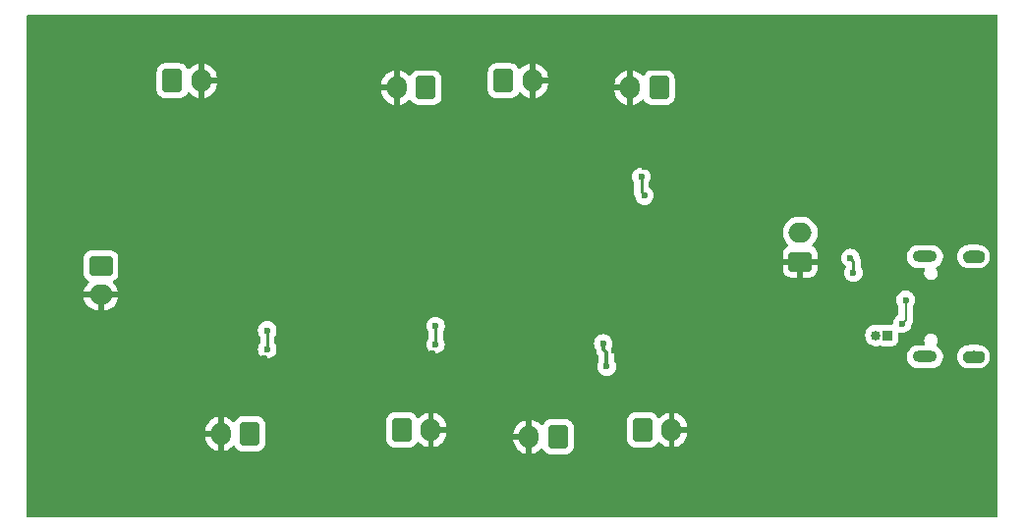
<source format=gbr>
%TF.GenerationSoftware,KiCad,Pcbnew,8.0.8*%
%TF.CreationDate,2025-02-07T06:01:23-05:00*%
%TF.ProjectId,power-delivery-board,706f7765-722d-4646-956c-69766572792d,rev?*%
%TF.SameCoordinates,Original*%
%TF.FileFunction,Copper,L2,Bot*%
%TF.FilePolarity,Positive*%
%FSLAX46Y46*%
G04 Gerber Fmt 4.6, Leading zero omitted, Abs format (unit mm)*
G04 Created by KiCad (PCBNEW 8.0.8) date 2025-02-07 06:01:23*
%MOMM*%
%LPD*%
G01*
G04 APERTURE LIST*
G04 Aperture macros list*
%AMRoundRect*
0 Rectangle with rounded corners*
0 $1 Rounding radius*
0 $2 $3 $4 $5 $6 $7 $8 $9 X,Y pos of 4 corners*
0 Add a 4 corners polygon primitive as box body*
4,1,4,$2,$3,$4,$5,$6,$7,$8,$9,$2,$3,0*
0 Add four circle primitives for the rounded corners*
1,1,$1+$1,$2,$3*
1,1,$1+$1,$4,$5*
1,1,$1+$1,$6,$7*
1,1,$1+$1,$8,$9*
0 Add four rect primitives between the rounded corners*
20,1,$1+$1,$2,$3,$4,$5,0*
20,1,$1+$1,$4,$5,$6,$7,0*
20,1,$1+$1,$6,$7,$8,$9,0*
20,1,$1+$1,$8,$9,$2,$3,0*%
G04 Aperture macros list end*
%TA.AperFunction,EtchedComponent*%
%ADD10C,0.010000*%
%TD*%
%TA.AperFunction,ComponentPad*%
%ADD11RoundRect,0.250000X0.600000X0.750000X-0.600000X0.750000X-0.600000X-0.750000X0.600000X-0.750000X0*%
%TD*%
%TA.AperFunction,ComponentPad*%
%ADD12O,1.700000X2.000000*%
%TD*%
%TA.AperFunction,ComponentPad*%
%ADD13RoundRect,0.250000X-0.600000X-0.750000X0.600000X-0.750000X0.600000X0.750000X-0.600000X0.750000X0*%
%TD*%
%TA.AperFunction,ComponentPad*%
%ADD14R,0.850000X0.850000*%
%TD*%
%TA.AperFunction,ComponentPad*%
%ADD15O,0.850000X0.850000*%
%TD*%
%TA.AperFunction,ComponentPad*%
%ADD16RoundRect,0.250000X-0.750000X0.600000X-0.750000X-0.600000X0.750000X-0.600000X0.750000X0.600000X0*%
%TD*%
%TA.AperFunction,ComponentPad*%
%ADD17O,2.000000X1.700000*%
%TD*%
%TA.AperFunction,ComponentPad*%
%ADD18O,2.100000X1.000000*%
%TD*%
%TA.AperFunction,ComponentPad*%
%ADD19C,1.000000*%
%TD*%
%TA.AperFunction,ComponentPad*%
%ADD20RoundRect,0.250000X0.750000X-0.600000X0.750000X0.600000X-0.750000X0.600000X-0.750000X-0.600000X0*%
%TD*%
%TA.AperFunction,ViaPad*%
%ADD21C,0.600000*%
%TD*%
%TA.AperFunction,Conductor*%
%ADD22C,0.250000*%
%TD*%
%TA.AperFunction,Conductor*%
%ADD23C,0.200000*%
%TD*%
%TA.AperFunction,Conductor*%
%ADD24C,0.350000*%
%TD*%
G04 APERTURE END LIST*
D10*
%TO.C,P1*%
X185725902Y-83613500D02*
X185751902Y-83615500D01*
X185777902Y-83618500D01*
X185803902Y-83623500D01*
X185828902Y-83629500D01*
X185854902Y-83636500D01*
X185878902Y-83645500D01*
X185902902Y-83655500D01*
X185926902Y-83666500D01*
X185949902Y-83679500D01*
X185971902Y-83693500D01*
X185993902Y-83707500D01*
X186014902Y-83723500D01*
X186034902Y-83740500D01*
X186053902Y-83758500D01*
X186071902Y-83777500D01*
X186088902Y-83797500D01*
X186104902Y-83818500D01*
X186118902Y-83840500D01*
X186132902Y-83862500D01*
X186145902Y-83885500D01*
X186156902Y-83909500D01*
X186166902Y-83933500D01*
X186175902Y-83957500D01*
X186182902Y-83983500D01*
X186188902Y-84008500D01*
X186193902Y-84034500D01*
X186196902Y-84060500D01*
X186198902Y-84086500D01*
X186199902Y-84112500D01*
X186198902Y-84138500D01*
X186196902Y-84164500D01*
X186193902Y-84190500D01*
X186188902Y-84216500D01*
X186182902Y-84241500D01*
X186175902Y-84267500D01*
X186166902Y-84291500D01*
X186156902Y-84315500D01*
X186145902Y-84339500D01*
X186132902Y-84362500D01*
X186118902Y-84384500D01*
X186104902Y-84406500D01*
X186088902Y-84427500D01*
X186071902Y-84447500D01*
X186053902Y-84466500D01*
X186034902Y-84484500D01*
X186014902Y-84501500D01*
X185993902Y-84517500D01*
X185971902Y-84531500D01*
X185949902Y-84545500D01*
X185926902Y-84558500D01*
X185902902Y-84569500D01*
X185878902Y-84579500D01*
X185854902Y-84588500D01*
X185828902Y-84595500D01*
X185803902Y-84601500D01*
X185777902Y-84606500D01*
X185751902Y-84609500D01*
X185725902Y-84611500D01*
X185699902Y-84612500D01*
X185299902Y-84612500D01*
X184899902Y-84612500D01*
X184873902Y-84611500D01*
X184847902Y-84609500D01*
X184821902Y-84606500D01*
X184795902Y-84601500D01*
X184770902Y-84595500D01*
X184744902Y-84588500D01*
X184720902Y-84579500D01*
X184696902Y-84569500D01*
X184672902Y-84558500D01*
X184649902Y-84545500D01*
X184627902Y-84531500D01*
X184605902Y-84517500D01*
X184584902Y-84501500D01*
X184564902Y-84484500D01*
X184545902Y-84466500D01*
X184527902Y-84447500D01*
X184510902Y-84427500D01*
X184494902Y-84406500D01*
X184480902Y-84384500D01*
X184466902Y-84362500D01*
X184453902Y-84339500D01*
X184442902Y-84315500D01*
X184432902Y-84291500D01*
X184423902Y-84267500D01*
X184416902Y-84241500D01*
X184410902Y-84216500D01*
X184405902Y-84190500D01*
X184402902Y-84164500D01*
X184400902Y-84138500D01*
X184399902Y-84112500D01*
X184400902Y-84086500D01*
X184402902Y-84060500D01*
X184405902Y-84034500D01*
X184410902Y-84008500D01*
X184416902Y-83983500D01*
X184423902Y-83957500D01*
X184432902Y-83933500D01*
X184442902Y-83909500D01*
X184453902Y-83885500D01*
X184466902Y-83862500D01*
X184480902Y-83840500D01*
X184494902Y-83818500D01*
X184510902Y-83797500D01*
X184527902Y-83777500D01*
X184545902Y-83758500D01*
X184564902Y-83740500D01*
X184584902Y-83723500D01*
X184605902Y-83707500D01*
X184627902Y-83693500D01*
X184649902Y-83679500D01*
X184672902Y-83666500D01*
X184696902Y-83655500D01*
X184720902Y-83645500D01*
X184744902Y-83636500D01*
X184770902Y-83629500D01*
X184795902Y-83623500D01*
X184821902Y-83618500D01*
X184847902Y-83615500D01*
X184873902Y-83613500D01*
X184899902Y-83612500D01*
X185299902Y-83612500D01*
X185699902Y-83612500D01*
X185725902Y-83613500D01*
%TA.AperFunction,EtchedComponent*%
G36*
X185725902Y-83613500D02*
G01*
X185751902Y-83615500D01*
X185777902Y-83618500D01*
X185803902Y-83623500D01*
X185828902Y-83629500D01*
X185854902Y-83636500D01*
X185878902Y-83645500D01*
X185902902Y-83655500D01*
X185926902Y-83666500D01*
X185949902Y-83679500D01*
X185971902Y-83693500D01*
X185993902Y-83707500D01*
X186014902Y-83723500D01*
X186034902Y-83740500D01*
X186053902Y-83758500D01*
X186071902Y-83777500D01*
X186088902Y-83797500D01*
X186104902Y-83818500D01*
X186118902Y-83840500D01*
X186132902Y-83862500D01*
X186145902Y-83885500D01*
X186156902Y-83909500D01*
X186166902Y-83933500D01*
X186175902Y-83957500D01*
X186182902Y-83983500D01*
X186188902Y-84008500D01*
X186193902Y-84034500D01*
X186196902Y-84060500D01*
X186198902Y-84086500D01*
X186199902Y-84112500D01*
X186198902Y-84138500D01*
X186196902Y-84164500D01*
X186193902Y-84190500D01*
X186188902Y-84216500D01*
X186182902Y-84241500D01*
X186175902Y-84267500D01*
X186166902Y-84291500D01*
X186156902Y-84315500D01*
X186145902Y-84339500D01*
X186132902Y-84362500D01*
X186118902Y-84384500D01*
X186104902Y-84406500D01*
X186088902Y-84427500D01*
X186071902Y-84447500D01*
X186053902Y-84466500D01*
X186034902Y-84484500D01*
X186014902Y-84501500D01*
X185993902Y-84517500D01*
X185971902Y-84531500D01*
X185949902Y-84545500D01*
X185926902Y-84558500D01*
X185902902Y-84569500D01*
X185878902Y-84579500D01*
X185854902Y-84588500D01*
X185828902Y-84595500D01*
X185803902Y-84601500D01*
X185777902Y-84606500D01*
X185751902Y-84609500D01*
X185725902Y-84611500D01*
X185699902Y-84612500D01*
X185299902Y-84612500D01*
X184899902Y-84612500D01*
X184873902Y-84611500D01*
X184847902Y-84609500D01*
X184821902Y-84606500D01*
X184795902Y-84601500D01*
X184770902Y-84595500D01*
X184744902Y-84588500D01*
X184720902Y-84579500D01*
X184696902Y-84569500D01*
X184672902Y-84558500D01*
X184649902Y-84545500D01*
X184627902Y-84531500D01*
X184605902Y-84517500D01*
X184584902Y-84501500D01*
X184564902Y-84484500D01*
X184545902Y-84466500D01*
X184527902Y-84447500D01*
X184510902Y-84427500D01*
X184494902Y-84406500D01*
X184480902Y-84384500D01*
X184466902Y-84362500D01*
X184453902Y-84339500D01*
X184442902Y-84315500D01*
X184432902Y-84291500D01*
X184423902Y-84267500D01*
X184416902Y-84241500D01*
X184410902Y-84216500D01*
X184405902Y-84190500D01*
X184402902Y-84164500D01*
X184400902Y-84138500D01*
X184399902Y-84112500D01*
X184400902Y-84086500D01*
X184402902Y-84060500D01*
X184405902Y-84034500D01*
X184410902Y-84008500D01*
X184416902Y-83983500D01*
X184423902Y-83957500D01*
X184432902Y-83933500D01*
X184442902Y-83909500D01*
X184453902Y-83885500D01*
X184466902Y-83862500D01*
X184480902Y-83840500D01*
X184494902Y-83818500D01*
X184510902Y-83797500D01*
X184527902Y-83777500D01*
X184545902Y-83758500D01*
X184564902Y-83740500D01*
X184584902Y-83723500D01*
X184605902Y-83707500D01*
X184627902Y-83693500D01*
X184649902Y-83679500D01*
X184672902Y-83666500D01*
X184696902Y-83655500D01*
X184720902Y-83645500D01*
X184744902Y-83636500D01*
X184770902Y-83629500D01*
X184795902Y-83623500D01*
X184821902Y-83618500D01*
X184847902Y-83615500D01*
X184873902Y-83613500D01*
X184899902Y-83612500D01*
X185299902Y-83612500D01*
X185699902Y-83612500D01*
X185725902Y-83613500D01*
G37*
%TD.AperFunction*%
X185725902Y-92253500D02*
X185751902Y-92255500D01*
X185777902Y-92258500D01*
X185803902Y-92263500D01*
X185828902Y-92269500D01*
X185854902Y-92276500D01*
X185878902Y-92285500D01*
X185902902Y-92295500D01*
X185926902Y-92306500D01*
X185949902Y-92319500D01*
X185971902Y-92333500D01*
X185993902Y-92347500D01*
X186014902Y-92363500D01*
X186034902Y-92380500D01*
X186053902Y-92398500D01*
X186071902Y-92417500D01*
X186088902Y-92437500D01*
X186104902Y-92458500D01*
X186118902Y-92480500D01*
X186132902Y-92502500D01*
X186145902Y-92525500D01*
X186156902Y-92549500D01*
X186166902Y-92573500D01*
X186175902Y-92597500D01*
X186182902Y-92623500D01*
X186188902Y-92648500D01*
X186193902Y-92674500D01*
X186196902Y-92700500D01*
X186198902Y-92726500D01*
X186199902Y-92752500D01*
X186198902Y-92778500D01*
X186196902Y-92804500D01*
X186193902Y-92830500D01*
X186188902Y-92856500D01*
X186182902Y-92881500D01*
X186175902Y-92907500D01*
X186166902Y-92931500D01*
X186156902Y-92955500D01*
X186145902Y-92979500D01*
X186132902Y-93002500D01*
X186118902Y-93024500D01*
X186104902Y-93046500D01*
X186088902Y-93067500D01*
X186071902Y-93087500D01*
X186053902Y-93106500D01*
X186034902Y-93124500D01*
X186014902Y-93141500D01*
X185993902Y-93157500D01*
X185971902Y-93171500D01*
X185949902Y-93185500D01*
X185926902Y-93198500D01*
X185902902Y-93209500D01*
X185878902Y-93219500D01*
X185854902Y-93228500D01*
X185828902Y-93235500D01*
X185803902Y-93241500D01*
X185777902Y-93246500D01*
X185751902Y-93249500D01*
X185725902Y-93251500D01*
X185699902Y-93252500D01*
X185299902Y-93252500D01*
X184899902Y-93252500D01*
X184873902Y-93251500D01*
X184847902Y-93249500D01*
X184821902Y-93246500D01*
X184795902Y-93241500D01*
X184770902Y-93235500D01*
X184744902Y-93228500D01*
X184720902Y-93219500D01*
X184696902Y-93209500D01*
X184672902Y-93198500D01*
X184649902Y-93185500D01*
X184627902Y-93171500D01*
X184605902Y-93157500D01*
X184584902Y-93141500D01*
X184564902Y-93124500D01*
X184545902Y-93106500D01*
X184527902Y-93087500D01*
X184510902Y-93067500D01*
X184494902Y-93046500D01*
X184480902Y-93024500D01*
X184466902Y-93002500D01*
X184453902Y-92979500D01*
X184442902Y-92955500D01*
X184432902Y-92931500D01*
X184423902Y-92907500D01*
X184416902Y-92881500D01*
X184410902Y-92856500D01*
X184405902Y-92830500D01*
X184402902Y-92804500D01*
X184400902Y-92778500D01*
X184399902Y-92752500D01*
X184400902Y-92726500D01*
X184402902Y-92700500D01*
X184405902Y-92674500D01*
X184410902Y-92648500D01*
X184416902Y-92623500D01*
X184423902Y-92597500D01*
X184432902Y-92573500D01*
X184442902Y-92549500D01*
X184453902Y-92525500D01*
X184466902Y-92502500D01*
X184480902Y-92480500D01*
X184494902Y-92458500D01*
X184510902Y-92437500D01*
X184527902Y-92417500D01*
X184545902Y-92398500D01*
X184564902Y-92380500D01*
X184584902Y-92363500D01*
X184605902Y-92347500D01*
X184627902Y-92333500D01*
X184649902Y-92319500D01*
X184672902Y-92306500D01*
X184696902Y-92295500D01*
X184720902Y-92285500D01*
X184744902Y-92276500D01*
X184770902Y-92269500D01*
X184795902Y-92263500D01*
X184821902Y-92258500D01*
X184847902Y-92255500D01*
X184873902Y-92253500D01*
X184899902Y-92252500D01*
X185299902Y-92252500D01*
X185699902Y-92252500D01*
X185725902Y-92253500D01*
%TA.AperFunction,EtchedComponent*%
G36*
X185725902Y-92253500D02*
G01*
X185751902Y-92255500D01*
X185777902Y-92258500D01*
X185803902Y-92263500D01*
X185828902Y-92269500D01*
X185854902Y-92276500D01*
X185878902Y-92285500D01*
X185902902Y-92295500D01*
X185926902Y-92306500D01*
X185949902Y-92319500D01*
X185971902Y-92333500D01*
X185993902Y-92347500D01*
X186014902Y-92363500D01*
X186034902Y-92380500D01*
X186053902Y-92398500D01*
X186071902Y-92417500D01*
X186088902Y-92437500D01*
X186104902Y-92458500D01*
X186118902Y-92480500D01*
X186132902Y-92502500D01*
X186145902Y-92525500D01*
X186156902Y-92549500D01*
X186166902Y-92573500D01*
X186175902Y-92597500D01*
X186182902Y-92623500D01*
X186188902Y-92648500D01*
X186193902Y-92674500D01*
X186196902Y-92700500D01*
X186198902Y-92726500D01*
X186199902Y-92752500D01*
X186198902Y-92778500D01*
X186196902Y-92804500D01*
X186193902Y-92830500D01*
X186188902Y-92856500D01*
X186182902Y-92881500D01*
X186175902Y-92907500D01*
X186166902Y-92931500D01*
X186156902Y-92955500D01*
X186145902Y-92979500D01*
X186132902Y-93002500D01*
X186118902Y-93024500D01*
X186104902Y-93046500D01*
X186088902Y-93067500D01*
X186071902Y-93087500D01*
X186053902Y-93106500D01*
X186034902Y-93124500D01*
X186014902Y-93141500D01*
X185993902Y-93157500D01*
X185971902Y-93171500D01*
X185949902Y-93185500D01*
X185926902Y-93198500D01*
X185902902Y-93209500D01*
X185878902Y-93219500D01*
X185854902Y-93228500D01*
X185828902Y-93235500D01*
X185803902Y-93241500D01*
X185777902Y-93246500D01*
X185751902Y-93249500D01*
X185725902Y-93251500D01*
X185699902Y-93252500D01*
X185299902Y-93252500D01*
X184899902Y-93252500D01*
X184873902Y-93251500D01*
X184847902Y-93249500D01*
X184821902Y-93246500D01*
X184795902Y-93241500D01*
X184770902Y-93235500D01*
X184744902Y-93228500D01*
X184720902Y-93219500D01*
X184696902Y-93209500D01*
X184672902Y-93198500D01*
X184649902Y-93185500D01*
X184627902Y-93171500D01*
X184605902Y-93157500D01*
X184584902Y-93141500D01*
X184564902Y-93124500D01*
X184545902Y-93106500D01*
X184527902Y-93087500D01*
X184510902Y-93067500D01*
X184494902Y-93046500D01*
X184480902Y-93024500D01*
X184466902Y-93002500D01*
X184453902Y-92979500D01*
X184442902Y-92955500D01*
X184432902Y-92931500D01*
X184423902Y-92907500D01*
X184416902Y-92881500D01*
X184410902Y-92856500D01*
X184405902Y-92830500D01*
X184402902Y-92804500D01*
X184400902Y-92778500D01*
X184399902Y-92752500D01*
X184400902Y-92726500D01*
X184402902Y-92700500D01*
X184405902Y-92674500D01*
X184410902Y-92648500D01*
X184416902Y-92623500D01*
X184423902Y-92597500D01*
X184432902Y-92573500D01*
X184442902Y-92549500D01*
X184453902Y-92525500D01*
X184466902Y-92502500D01*
X184480902Y-92480500D01*
X184494902Y-92458500D01*
X184510902Y-92437500D01*
X184527902Y-92417500D01*
X184545902Y-92398500D01*
X184564902Y-92380500D01*
X184584902Y-92363500D01*
X184605902Y-92347500D01*
X184627902Y-92333500D01*
X184649902Y-92319500D01*
X184672902Y-92306500D01*
X184696902Y-92295500D01*
X184720902Y-92285500D01*
X184744902Y-92276500D01*
X184770902Y-92269500D01*
X184795902Y-92263500D01*
X184821902Y-92258500D01*
X184847902Y-92255500D01*
X184873902Y-92253500D01*
X184899902Y-92252500D01*
X185299902Y-92252500D01*
X185699902Y-92252500D01*
X185725902Y-92253500D01*
G37*
%TD.AperFunction*%
%TD*%
D11*
%TO.P,J5,1,Pin_1*%
%TO.N,VOUT5*%
X149504590Y-99666400D03*
D12*
%TO.P,J5,2,Pin_2*%
%TO.N,GND*%
X147004590Y-99666400D03*
%TD*%
D13*
%TO.P,J10,1,Pin_1*%
%TO.N,VOUT4*%
X156790302Y-99066400D03*
D12*
%TO.P,J10,2,Pin_2*%
%TO.N,GND*%
X159290302Y-99066400D03*
%TD*%
D14*
%TO.P,J2,1,Pin_1*%
%TO.N,D-*%
X177883102Y-90905698D03*
D15*
%TO.P,J2,2,Pin_2*%
%TO.N,D+*%
X176883102Y-90905698D03*
%TD*%
D11*
%TO.P,J4,1,Pin_1*%
%TO.N,VOUT1*%
X122948845Y-99404083D03*
D12*
%TO.P,J4,2,Pin_2*%
%TO.N,GND*%
X120448845Y-99404083D03*
%TD*%
D16*
%TO.P,J1,1,Pin_1*%
%TO.N,VIN*%
X110116892Y-84914966D03*
D17*
%TO.P,J1,2,Pin_2*%
%TO.N,GND*%
X110116892Y-87414966D03*
%TD*%
D13*
%TO.P,J8,1,Pin_1*%
%TO.N,VOUT3*%
X136046302Y-99066400D03*
D12*
%TO.P,J8,2,Pin_2*%
%TO.N,GND*%
X138546302Y-99066400D03*
%TD*%
D18*
%TO.P,P1,SH1*%
%TO.N,N/C*%
X181119902Y-92752500D03*
%TO.P,P1,SH2*%
X181119902Y-84112500D03*
D19*
%TO.P,P1,SH3*%
X185299902Y-92752500D03*
%TO.P,P1,SH4*%
X185299902Y-84112500D03*
%TD*%
D11*
%TO.P,J7,1,Pin_1*%
%TO.N,VOUT6*%
X138117502Y-69542000D03*
D12*
%TO.P,J7,2,Pin_2*%
%TO.N,GND*%
X135617502Y-69542000D03*
%TD*%
D13*
%TO.P,J9,1,Pin_1*%
%TO.N,VOUT7*%
X144801502Y-68942000D03*
D12*
%TO.P,J9,2,Pin_2*%
%TO.N,GND*%
X147301502Y-68942000D03*
%TD*%
D11*
%TO.P,J6,1,Pin_1*%
%TO.N,VOUT2*%
X158203502Y-69542000D03*
D12*
%TO.P,J6,2,Pin_2*%
%TO.N,GND*%
X155703502Y-69542000D03*
%TD*%
D13*
%TO.P,J11,1,Pin_1*%
%TO.N,VOUT8*%
X116272002Y-68942000D03*
D12*
%TO.P,J11,2,Pin_2*%
%TO.N,GND*%
X118772002Y-68942000D03*
%TD*%
D20*
%TO.P,J3,1,Pin_1*%
%TO.N,GND*%
X170369502Y-84551700D03*
D17*
%TO.P,J3,2,Pin_2*%
%TO.N,BAT+*%
X170369502Y-82051700D03*
%TD*%
D21*
%TO.N,GND*%
X161948845Y-104104083D03*
X149948845Y-65604083D03*
X126198845Y-72354083D03*
X148448845Y-91604083D03*
X152948845Y-65604083D03*
X133448845Y-94354083D03*
X179948845Y-80104083D03*
X180698845Y-76104083D03*
X146198845Y-76504083D03*
X162198845Y-74604083D03*
X143948845Y-104104083D03*
X136898845Y-78004083D03*
X121948845Y-65604083D03*
X181698845Y-89604083D03*
X154364661Y-92243114D03*
X156948845Y-76354083D03*
X117448845Y-103104083D03*
X122948845Y-73604083D03*
X125059443Y-89322362D03*
X130198845Y-75104083D03*
X166948845Y-87104083D03*
X124195862Y-92863032D03*
X105948845Y-89854083D03*
X117948845Y-78354083D03*
X132948845Y-65354083D03*
X140198845Y-104104083D03*
X163448845Y-76854083D03*
X174774806Y-74750037D03*
X155998845Y-91304083D03*
X139698845Y-89104083D03*
X121198845Y-80104083D03*
X175698845Y-75854083D03*
X155948845Y-72854083D03*
X147698845Y-92354083D03*
X150698845Y-95104083D03*
X130073845Y-78354083D03*
X138672428Y-92425831D03*
X173944403Y-76108525D03*
X143798845Y-73104083D03*
X148298845Y-75804083D03*
X118948845Y-94354083D03*
X178198845Y-85104083D03*
%TO.N,VBUS*%
X174948845Y-85491300D03*
X174698845Y-84241300D03*
%TO.N,Net-(P1-D-)*%
X179163578Y-89889350D03*
X179448845Y-87854083D03*
%TO.N,VIN*%
X138948845Y-90104083D03*
X156672845Y-77252400D03*
X124448845Y-92104083D03*
X124448845Y-90479600D03*
X138948845Y-91675100D03*
X156948845Y-78854083D03*
%TO.N,Net-(U7-SW)*%
X153398845Y-91604083D03*
X153698845Y-93604083D03*
%TD*%
D22*
%TO.N,VBUS*%
X174948845Y-84491300D02*
X174698845Y-84241300D01*
X174948845Y-85491300D02*
X174948845Y-84491300D01*
D23*
%TO.N,Net-(P1-D-)*%
X179448845Y-87854083D02*
X179448845Y-89604083D01*
X179448845Y-89604083D02*
X179163578Y-89889350D01*
D22*
%TO.N,VIN*%
X156672845Y-77252400D02*
X156672845Y-78578083D01*
X156672845Y-78578083D02*
X156948845Y-78854083D01*
X124448845Y-92104083D02*
X124448845Y-90479600D01*
X138948845Y-91675100D02*
X138948845Y-90104083D01*
D24*
%TO.N,Net-(U7-SW)*%
X153698845Y-92354083D02*
X153448845Y-92104083D01*
X153448845Y-91654083D02*
X153398845Y-91604083D01*
X153698845Y-93604083D02*
X153698845Y-92354083D01*
X153448845Y-92104083D02*
X153448845Y-91654083D01*
%TD*%
%TA.AperFunction,Conductor*%
%TO.N,GND*%
G36*
X187337784Y-63275868D02*
G01*
X187383539Y-63328672D01*
X187394745Y-63380183D01*
X187394745Y-106479583D01*
X187375060Y-106546622D01*
X187322256Y-106592377D01*
X187270745Y-106603583D01*
X103823345Y-106603583D01*
X103756306Y-106583898D01*
X103710551Y-106531094D01*
X103699345Y-106479583D01*
X103699345Y-99147836D01*
X119098845Y-99147836D01*
X119098845Y-99154083D01*
X120015833Y-99154083D01*
X119982920Y-99211090D01*
X119948845Y-99338257D01*
X119948845Y-99469909D01*
X119982920Y-99597076D01*
X120015833Y-99654083D01*
X119098845Y-99654083D01*
X119098845Y-99660329D01*
X119132087Y-99870210D01*
X119132087Y-99870213D01*
X119197749Y-100072300D01*
X119294224Y-100261640D01*
X119419117Y-100433542D01*
X119419121Y-100433547D01*
X119569380Y-100583806D01*
X119569385Y-100583810D01*
X119741287Y-100708703D01*
X119930627Y-100805178D01*
X120132716Y-100870840D01*
X120198845Y-100881314D01*
X120198845Y-99837095D01*
X120255852Y-99870008D01*
X120383019Y-99904083D01*
X120514671Y-99904083D01*
X120641838Y-99870008D01*
X120698845Y-99837095D01*
X120698845Y-100881313D01*
X120764971Y-100870840D01*
X120764974Y-100870840D01*
X120967062Y-100805178D01*
X121156402Y-100708703D01*
X121328303Y-100583811D01*
X121467175Y-100444939D01*
X121528498Y-100411454D01*
X121598190Y-100416438D01*
X121654124Y-100458309D01*
X121660396Y-100467523D01*
X121664030Y-100473414D01*
X121664031Y-100473417D01*
X121756133Y-100622739D01*
X121880189Y-100746795D01*
X122029511Y-100838897D01*
X122196048Y-100894082D01*
X122298836Y-100904583D01*
X123598853Y-100904582D01*
X123701642Y-100894082D01*
X123868179Y-100838897D01*
X124017501Y-100746795D01*
X124141557Y-100622739D01*
X124233659Y-100473417D01*
X124288844Y-100306880D01*
X124299345Y-100204092D01*
X124299344Y-98604075D01*
X124295495Y-98566400D01*
X124288844Y-98501286D01*
X124288843Y-98501283D01*
X124271101Y-98447742D01*
X124233659Y-98334749D01*
X124191491Y-98266383D01*
X134695802Y-98266383D01*
X134695802Y-99866401D01*
X134695803Y-99866418D01*
X134706302Y-99969196D01*
X134706303Y-99969199D01*
X134740333Y-100071893D01*
X134761488Y-100135734D01*
X134853590Y-100285056D01*
X134977646Y-100409112D01*
X135126968Y-100501214D01*
X135293505Y-100556399D01*
X135396293Y-100566900D01*
X136696310Y-100566899D01*
X136799099Y-100556399D01*
X136965636Y-100501214D01*
X137114958Y-100409112D01*
X137239014Y-100285056D01*
X137331116Y-100135734D01*
X137331116Y-100135731D01*
X137334750Y-100129841D01*
X137386697Y-100083116D01*
X137455660Y-100071893D01*
X137519742Y-100099736D01*
X137527970Y-100107256D01*
X137666837Y-100246123D01*
X137666842Y-100246127D01*
X137838744Y-100371020D01*
X138028084Y-100467495D01*
X138230173Y-100533157D01*
X138296302Y-100543631D01*
X138296302Y-99499412D01*
X138353309Y-99532325D01*
X138480476Y-99566400D01*
X138612128Y-99566400D01*
X138739295Y-99532325D01*
X138796302Y-99499412D01*
X138796302Y-100543630D01*
X138862428Y-100533157D01*
X138862431Y-100533157D01*
X139064519Y-100467495D01*
X139253859Y-100371020D01*
X139425761Y-100246127D01*
X139425766Y-100246123D01*
X139576025Y-100095864D01*
X139576029Y-100095859D01*
X139700922Y-99923957D01*
X139797397Y-99734617D01*
X139863059Y-99532530D01*
X139863059Y-99532527D01*
X139882442Y-99410153D01*
X145654590Y-99410153D01*
X145654590Y-99416400D01*
X146571578Y-99416400D01*
X146538665Y-99473407D01*
X146504590Y-99600574D01*
X146504590Y-99732226D01*
X146538665Y-99859393D01*
X146571578Y-99916400D01*
X145654590Y-99916400D01*
X145654590Y-99922646D01*
X145687832Y-100132527D01*
X145687832Y-100132530D01*
X145753494Y-100334617D01*
X145849969Y-100523957D01*
X145974862Y-100695859D01*
X145974866Y-100695864D01*
X146125125Y-100846123D01*
X146125130Y-100846127D01*
X146297032Y-100971020D01*
X146486372Y-101067495D01*
X146688461Y-101133157D01*
X146754590Y-101143631D01*
X146754590Y-100099412D01*
X146811597Y-100132325D01*
X146938764Y-100166400D01*
X147070416Y-100166400D01*
X147197583Y-100132325D01*
X147254590Y-100099412D01*
X147254590Y-101143630D01*
X147320716Y-101133157D01*
X147320719Y-101133157D01*
X147522807Y-101067495D01*
X147712147Y-100971020D01*
X147884048Y-100846128D01*
X148022920Y-100707256D01*
X148084243Y-100673771D01*
X148153935Y-100678755D01*
X148209869Y-100720626D01*
X148216141Y-100729840D01*
X148219775Y-100735731D01*
X148219776Y-100735734D01*
X148311878Y-100885056D01*
X148435934Y-101009112D01*
X148585256Y-101101214D01*
X148751793Y-101156399D01*
X148854581Y-101166900D01*
X150154598Y-101166899D01*
X150257387Y-101156399D01*
X150423924Y-101101214D01*
X150573246Y-101009112D01*
X150697302Y-100885056D01*
X150789404Y-100735734D01*
X150844589Y-100569197D01*
X150855090Y-100466409D01*
X150855089Y-98866392D01*
X150844589Y-98763603D01*
X150789404Y-98597066D01*
X150697302Y-98447744D01*
X150573246Y-98323688D01*
X150480339Y-98266383D01*
X155439802Y-98266383D01*
X155439802Y-99866401D01*
X155439803Y-99866418D01*
X155450302Y-99969196D01*
X155450303Y-99969199D01*
X155484333Y-100071893D01*
X155505488Y-100135734D01*
X155597590Y-100285056D01*
X155721646Y-100409112D01*
X155870968Y-100501214D01*
X156037505Y-100556399D01*
X156140293Y-100566900D01*
X157440310Y-100566899D01*
X157543099Y-100556399D01*
X157709636Y-100501214D01*
X157858958Y-100409112D01*
X157983014Y-100285056D01*
X158075116Y-100135734D01*
X158075116Y-100135731D01*
X158078750Y-100129841D01*
X158130697Y-100083116D01*
X158199660Y-100071893D01*
X158263742Y-100099736D01*
X158271970Y-100107256D01*
X158410837Y-100246123D01*
X158410842Y-100246127D01*
X158582744Y-100371020D01*
X158772084Y-100467495D01*
X158974173Y-100533157D01*
X159040302Y-100543631D01*
X159040302Y-99499412D01*
X159097309Y-99532325D01*
X159224476Y-99566400D01*
X159356128Y-99566400D01*
X159483295Y-99532325D01*
X159540302Y-99499412D01*
X159540302Y-100543630D01*
X159606428Y-100533157D01*
X159606431Y-100533157D01*
X159808519Y-100467495D01*
X159997859Y-100371020D01*
X160169761Y-100246127D01*
X160169766Y-100246123D01*
X160320025Y-100095864D01*
X160320029Y-100095859D01*
X160444922Y-99923957D01*
X160541397Y-99734617D01*
X160607059Y-99532530D01*
X160607059Y-99532527D01*
X160640302Y-99322646D01*
X160640302Y-99316400D01*
X159723314Y-99316400D01*
X159756227Y-99259393D01*
X159790302Y-99132226D01*
X159790302Y-99000574D01*
X159756227Y-98873407D01*
X159723314Y-98816400D01*
X160640302Y-98816400D01*
X160640302Y-98810153D01*
X160607059Y-98600272D01*
X160607059Y-98600269D01*
X160541397Y-98398182D01*
X160444922Y-98208842D01*
X160320029Y-98036940D01*
X160320025Y-98036935D01*
X160169766Y-97886676D01*
X160169761Y-97886672D01*
X159997859Y-97761779D01*
X159808517Y-97665303D01*
X159606426Y-97599641D01*
X159540302Y-97589168D01*
X159540302Y-98633388D01*
X159483295Y-98600475D01*
X159356128Y-98566400D01*
X159224476Y-98566400D01*
X159097309Y-98600475D01*
X159040302Y-98633388D01*
X159040302Y-97589168D01*
X159040301Y-97589168D01*
X158974177Y-97599641D01*
X158772086Y-97665303D01*
X158582744Y-97761779D01*
X158410843Y-97886671D01*
X158271970Y-98025544D01*
X158210647Y-98059028D01*
X158140955Y-98054044D01*
X158085022Y-98012172D01*
X158078750Y-98002958D01*
X158017455Y-97903583D01*
X157983014Y-97847744D01*
X157858958Y-97723688D01*
X157709636Y-97631586D01*
X157543099Y-97576401D01*
X157543097Y-97576400D01*
X157440312Y-97565900D01*
X156140300Y-97565900D01*
X156140283Y-97565901D01*
X156037505Y-97576400D01*
X156037502Y-97576401D01*
X155870970Y-97631585D01*
X155870965Y-97631587D01*
X155721644Y-97723689D01*
X155597591Y-97847742D01*
X155505489Y-97997063D01*
X155505487Y-97997068D01*
X155503526Y-98002986D01*
X155450303Y-98163603D01*
X155450303Y-98163604D01*
X155450302Y-98163604D01*
X155439802Y-98266383D01*
X150480339Y-98266383D01*
X150423924Y-98231586D01*
X150257387Y-98176401D01*
X150257385Y-98176400D01*
X150154600Y-98165900D01*
X148854588Y-98165900D01*
X148854571Y-98165901D01*
X148751793Y-98176400D01*
X148751790Y-98176401D01*
X148585258Y-98231585D01*
X148585253Y-98231587D01*
X148435932Y-98323689D01*
X148311879Y-98447742D01*
X148216141Y-98602959D01*
X148164193Y-98649683D01*
X148095230Y-98660906D01*
X148031148Y-98633062D01*
X148022921Y-98625543D01*
X147884054Y-98486676D01*
X147884049Y-98486672D01*
X147712147Y-98361779D01*
X147522805Y-98265303D01*
X147320714Y-98199641D01*
X147254590Y-98189168D01*
X147254590Y-99233388D01*
X147197583Y-99200475D01*
X147070416Y-99166400D01*
X146938764Y-99166400D01*
X146811597Y-99200475D01*
X146754590Y-99233388D01*
X146754590Y-98189168D01*
X146754589Y-98189168D01*
X146688465Y-98199641D01*
X146486374Y-98265303D01*
X146297032Y-98361779D01*
X146125130Y-98486672D01*
X146125125Y-98486676D01*
X145974866Y-98636935D01*
X145974862Y-98636940D01*
X145849969Y-98808842D01*
X145753494Y-98998182D01*
X145687832Y-99200269D01*
X145687832Y-99200272D01*
X145654590Y-99410153D01*
X139882442Y-99410153D01*
X139896302Y-99322646D01*
X139896302Y-99316400D01*
X138979314Y-99316400D01*
X139012227Y-99259393D01*
X139046302Y-99132226D01*
X139046302Y-99000574D01*
X139012227Y-98873407D01*
X138979314Y-98816400D01*
X139896302Y-98816400D01*
X139896302Y-98810153D01*
X139863059Y-98600272D01*
X139863059Y-98600269D01*
X139797397Y-98398182D01*
X139700922Y-98208842D01*
X139576029Y-98036940D01*
X139576025Y-98036935D01*
X139425766Y-97886676D01*
X139425761Y-97886672D01*
X139253859Y-97761779D01*
X139064517Y-97665303D01*
X138862426Y-97599641D01*
X138796302Y-97589168D01*
X138796302Y-98633388D01*
X138739295Y-98600475D01*
X138612128Y-98566400D01*
X138480476Y-98566400D01*
X138353309Y-98600475D01*
X138296302Y-98633388D01*
X138296302Y-97589168D01*
X138296301Y-97589168D01*
X138230177Y-97599641D01*
X138028086Y-97665303D01*
X137838744Y-97761779D01*
X137666843Y-97886671D01*
X137527970Y-98025544D01*
X137466647Y-98059028D01*
X137396955Y-98054044D01*
X137341022Y-98012172D01*
X137334750Y-98002958D01*
X137273455Y-97903583D01*
X137239014Y-97847744D01*
X137114958Y-97723688D01*
X136965636Y-97631586D01*
X136799099Y-97576401D01*
X136799097Y-97576400D01*
X136696312Y-97565900D01*
X135396300Y-97565900D01*
X135396283Y-97565901D01*
X135293505Y-97576400D01*
X135293502Y-97576401D01*
X135126970Y-97631585D01*
X135126965Y-97631587D01*
X134977644Y-97723689D01*
X134853591Y-97847742D01*
X134761489Y-97997063D01*
X134761487Y-97997068D01*
X134759526Y-98002986D01*
X134706303Y-98163603D01*
X134706303Y-98163604D01*
X134706302Y-98163604D01*
X134695802Y-98266383D01*
X124191491Y-98266383D01*
X124141557Y-98185427D01*
X124017501Y-98061371D01*
X123868179Y-97969269D01*
X123701642Y-97914084D01*
X123701640Y-97914083D01*
X123598855Y-97903583D01*
X122298843Y-97903583D01*
X122298826Y-97903584D01*
X122196048Y-97914083D01*
X122196045Y-97914084D01*
X122029513Y-97969268D01*
X122029508Y-97969270D01*
X121880187Y-98061372D01*
X121756134Y-98185425D01*
X121660396Y-98340642D01*
X121608448Y-98387366D01*
X121539485Y-98398589D01*
X121475403Y-98370745D01*
X121467176Y-98363226D01*
X121328309Y-98224359D01*
X121328304Y-98224355D01*
X121156402Y-98099462D01*
X120967060Y-98002986D01*
X120764969Y-97937324D01*
X120698845Y-97926851D01*
X120698845Y-98971071D01*
X120641838Y-98938158D01*
X120514671Y-98904083D01*
X120383019Y-98904083D01*
X120255852Y-98938158D01*
X120198845Y-98971071D01*
X120198845Y-97926851D01*
X120198844Y-97926851D01*
X120132720Y-97937324D01*
X119930629Y-98002986D01*
X119741287Y-98099462D01*
X119569385Y-98224355D01*
X119569380Y-98224359D01*
X119419121Y-98374618D01*
X119419117Y-98374623D01*
X119294224Y-98546525D01*
X119197749Y-98735865D01*
X119132087Y-98937952D01*
X119132087Y-98937955D01*
X119098845Y-99147836D01*
X103699345Y-99147836D01*
X103699345Y-90479596D01*
X123643280Y-90479596D01*
X123643280Y-90479603D01*
X123663475Y-90658849D01*
X123663476Y-90658854D01*
X123723056Y-90829124D01*
X123804338Y-90958481D01*
X123823345Y-91024454D01*
X123823345Y-91559228D01*
X123804339Y-91625200D01*
X123723056Y-91754559D01*
X123663476Y-91924828D01*
X123663475Y-91924833D01*
X123643280Y-92104079D01*
X123643280Y-92104086D01*
X123663475Y-92283332D01*
X123663476Y-92283337D01*
X123723056Y-92453606D01*
X123819029Y-92606345D01*
X123946583Y-92733899D01*
X124099323Y-92829872D01*
X124193992Y-92862998D01*
X124269590Y-92889451D01*
X124269595Y-92889452D01*
X124448841Y-92909648D01*
X124448845Y-92909648D01*
X124448849Y-92909648D01*
X124628094Y-92889452D01*
X124628097Y-92889451D01*
X124628100Y-92889451D01*
X124798367Y-92829872D01*
X124951107Y-92733899D01*
X125078661Y-92606345D01*
X125174634Y-92453605D01*
X125234213Y-92283338D01*
X125234748Y-92278592D01*
X125254410Y-92104086D01*
X125254410Y-92104079D01*
X125234214Y-91924833D01*
X125234213Y-91924828D01*
X125208655Y-91851788D01*
X125174634Y-91754561D01*
X125172626Y-91751366D01*
X125093351Y-91625200D01*
X125074345Y-91559228D01*
X125074345Y-91024454D01*
X125093352Y-90958481D01*
X125174633Y-90829124D01*
X125174634Y-90829122D01*
X125234213Y-90658855D01*
X125234214Y-90658849D01*
X125254410Y-90479603D01*
X125254410Y-90479596D01*
X125234214Y-90300350D01*
X125234213Y-90300345D01*
X125174633Y-90130076D01*
X125158298Y-90104079D01*
X138143280Y-90104079D01*
X138143280Y-90104086D01*
X138163475Y-90283332D01*
X138163476Y-90283337D01*
X138223056Y-90453607D01*
X138304338Y-90582964D01*
X138323345Y-90648937D01*
X138323345Y-91130245D01*
X138304339Y-91196217D01*
X138223056Y-91325576D01*
X138163476Y-91495845D01*
X138163475Y-91495850D01*
X138143280Y-91675096D01*
X138143280Y-91675103D01*
X138163475Y-91854349D01*
X138163476Y-91854354D01*
X138223056Y-92024623D01*
X138301168Y-92148937D01*
X138319029Y-92177362D01*
X138446583Y-92304916D01*
X138497323Y-92336798D01*
X138588758Y-92394251D01*
X138599323Y-92400889D01*
X138749977Y-92453605D01*
X138769590Y-92460468D01*
X138769595Y-92460469D01*
X138948841Y-92480665D01*
X138948845Y-92480665D01*
X138948849Y-92480665D01*
X139128094Y-92460469D01*
X139128097Y-92460468D01*
X139128100Y-92460468D01*
X139298367Y-92400889D01*
X139451107Y-92304916D01*
X139578661Y-92177362D01*
X139674634Y-92024622D01*
X139734213Y-91854355D01*
X139734214Y-91854349D01*
X139754410Y-91675103D01*
X139754410Y-91675096D01*
X139746408Y-91604079D01*
X152593280Y-91604079D01*
X152593280Y-91604086D01*
X152613475Y-91783332D01*
X152613476Y-91783337D01*
X152673056Y-91953607D01*
X152754338Y-92082964D01*
X152773345Y-92148937D01*
X152773345Y-92170618D01*
X152799302Y-92301111D01*
X152799304Y-92301119D01*
X152850223Y-92424048D01*
X152850228Y-92424058D01*
X152924148Y-92534687D01*
X152924149Y-92534688D01*
X152924150Y-92534689D01*
X152987027Y-92597566D01*
X153020511Y-92658887D01*
X153023345Y-92685246D01*
X153023345Y-93138802D01*
X153004339Y-93204773D01*
X152973054Y-93254562D01*
X152913478Y-93424820D01*
X152913475Y-93424833D01*
X152893280Y-93604079D01*
X152893280Y-93604086D01*
X152913475Y-93783332D01*
X152913476Y-93783337D01*
X152973056Y-93953606D01*
X153069029Y-94106345D01*
X153196583Y-94233899D01*
X153349323Y-94329872D01*
X153519590Y-94389451D01*
X153519595Y-94389452D01*
X153698841Y-94409648D01*
X153698845Y-94409648D01*
X153698849Y-94409648D01*
X153878094Y-94389452D01*
X153878097Y-94389451D01*
X153878100Y-94389451D01*
X154048367Y-94329872D01*
X154201107Y-94233899D01*
X154328661Y-94106345D01*
X154424634Y-93953605D01*
X154484213Y-93783338D01*
X154487012Y-93758496D01*
X154504410Y-93604086D01*
X154504410Y-93604079D01*
X154484214Y-93424833D01*
X154484211Y-93424820D01*
X154424635Y-93254562D01*
X154393351Y-93204773D01*
X154374345Y-93138802D01*
X154374345Y-92851043D01*
X179569401Y-92851043D01*
X179607849Y-93044329D01*
X179607852Y-93044339D01*
X179683266Y-93226407D01*
X179683273Y-93226420D01*
X179792762Y-93390281D01*
X179792765Y-93390285D01*
X179932116Y-93529636D01*
X179932120Y-93529639D01*
X180095981Y-93639128D01*
X180095994Y-93639135D01*
X180258635Y-93706502D01*
X180278067Y-93714551D01*
X180278071Y-93714551D01*
X180278072Y-93714552D01*
X180471358Y-93753000D01*
X180471361Y-93753000D01*
X181768445Y-93753000D01*
X181898484Y-93727132D01*
X181961737Y-93714551D01*
X182143816Y-93639132D01*
X182307684Y-93529639D01*
X182447041Y-93390282D01*
X182556534Y-93226414D01*
X182631953Y-93044335D01*
X182658744Y-92909648D01*
X182670402Y-92851043D01*
X182670402Y-92732867D01*
X183889779Y-92732867D01*
X183889779Y-92772132D01*
X183890777Y-92798102D01*
X183891904Y-92817628D01*
X183893908Y-92843684D01*
X183895765Y-92862998D01*
X183898768Y-92889027D01*
X183904587Y-92926905D01*
X183909584Y-92952889D01*
X183909588Y-92952907D01*
X183914498Y-92975637D01*
X183920498Y-93000637D01*
X183923955Y-93014216D01*
X183930955Y-93040216D01*
X183930961Y-93040235D01*
X183930962Y-93040238D01*
X183945899Y-93086729D01*
X183945902Y-93086739D01*
X183945906Y-93086749D01*
X183954906Y-93110749D01*
X183961671Y-93127846D01*
X183966236Y-93138802D01*
X183971689Y-93151891D01*
X183978805Y-93168160D01*
X183978818Y-93168190D01*
X183978824Y-93168202D01*
X183982479Y-93176178D01*
X183989829Y-93192214D01*
X184009472Y-93230680D01*
X184022489Y-93253711D01*
X184036219Y-93276585D01*
X184064208Y-93320568D01*
X184088836Y-93355889D01*
X184098887Y-93369080D01*
X184104834Y-93376885D01*
X184121932Y-93398125D01*
X184134834Y-93413304D01*
X184138941Y-93418136D01*
X184157308Y-93438600D01*
X184175303Y-93457595D01*
X184194806Y-93477098D01*
X184213801Y-93495093D01*
X184234265Y-93513460D01*
X184234277Y-93513470D01*
X184254277Y-93530470D01*
X184275517Y-93547568D01*
X184286318Y-93555797D01*
X184296512Y-93563565D01*
X184322150Y-93581441D01*
X184331827Y-93588189D01*
X184375827Y-93616189D01*
X184398707Y-93629922D01*
X184421707Y-93642922D01*
X184421721Y-93642929D01*
X184460187Y-93662572D01*
X184460199Y-93662577D01*
X184460200Y-93662578D01*
X184484200Y-93673578D01*
X184484237Y-93673594D01*
X184484241Y-93673596D01*
X184500510Y-93680712D01*
X184500556Y-93680731D01*
X184524556Y-93690731D01*
X184541653Y-93697496D01*
X184565653Y-93706496D01*
X184612186Y-93721447D01*
X184638186Y-93728447D01*
X184651765Y-93731904D01*
X184676765Y-93737904D01*
X184699495Y-93742814D01*
X184725495Y-93747814D01*
X184763386Y-93753635D01*
X184789386Y-93756635D01*
X184808748Y-93758496D01*
X184834748Y-93760496D01*
X184854282Y-93761623D01*
X184854287Y-93761623D01*
X184854301Y-93761624D01*
X184869444Y-93762206D01*
X184880282Y-93762623D01*
X184897656Y-93762956D01*
X184899898Y-93763000D01*
X184899902Y-93763000D01*
X185699906Y-93763000D01*
X185702085Y-93762958D01*
X185719522Y-93762623D01*
X185732522Y-93762123D01*
X185745502Y-93761624D01*
X185745513Y-93761623D01*
X185745522Y-93761623D01*
X185765056Y-93760496D01*
X185791056Y-93758496D01*
X185810418Y-93756635D01*
X185836418Y-93753635D01*
X185874309Y-93747814D01*
X185900309Y-93742814D01*
X185923039Y-93737904D01*
X185948039Y-93731904D01*
X185961618Y-93728447D01*
X185987618Y-93721447D01*
X186034151Y-93706496D01*
X186058151Y-93697496D01*
X186075248Y-93690731D01*
X186099248Y-93680731D01*
X186099260Y-93680725D01*
X186099293Y-93680712D01*
X186109849Y-93676094D01*
X186115604Y-93673578D01*
X186139604Y-93662578D01*
X186178097Y-93642922D01*
X186201097Y-93629922D01*
X186223977Y-93616189D01*
X186267977Y-93588189D01*
X186303287Y-93563568D01*
X186324287Y-93547568D01*
X186345527Y-93530470D01*
X186365527Y-93513470D01*
X186385996Y-93495099D01*
X186404996Y-93477099D01*
X186424501Y-93457594D01*
X186442501Y-93438594D01*
X186460872Y-93418125D01*
X186477872Y-93398125D01*
X186494970Y-93376885D01*
X186510970Y-93355885D01*
X186535591Y-93320575D01*
X186563591Y-93276575D01*
X186577324Y-93253695D01*
X186590324Y-93230695D01*
X186609980Y-93192202D01*
X186620980Y-93168202D01*
X186623496Y-93162447D01*
X186628114Y-93151891D01*
X186628133Y-93151846D01*
X186638133Y-93127846D01*
X186644898Y-93110749D01*
X186653898Y-93086749D01*
X186668849Y-93040216D01*
X186675849Y-93014216D01*
X186679306Y-93000637D01*
X186685306Y-92975637D01*
X186690216Y-92952907D01*
X186695216Y-92926907D01*
X186701037Y-92889016D01*
X186704037Y-92863016D01*
X186705898Y-92843654D01*
X186707898Y-92817654D01*
X186709025Y-92798120D01*
X186710025Y-92772120D01*
X186710025Y-92732880D01*
X186709025Y-92706880D01*
X186707898Y-92687346D01*
X186705898Y-92661346D01*
X186704037Y-92641984D01*
X186701037Y-92615984D01*
X186695216Y-92578093D01*
X186690216Y-92552093D01*
X186685306Y-92529363D01*
X186679306Y-92504363D01*
X186675849Y-92490784D01*
X186668849Y-92464784D01*
X186653898Y-92418251D01*
X186644898Y-92394251D01*
X186638133Y-92377154D01*
X186628133Y-92353154D01*
X186628114Y-92353108D01*
X186620998Y-92336839D01*
X186620996Y-92336835D01*
X186620980Y-92336798D01*
X186609980Y-92312798D01*
X186609979Y-92312797D01*
X186609974Y-92312785D01*
X186590331Y-92274319D01*
X186590324Y-92274305D01*
X186577324Y-92251305D01*
X186563591Y-92228425D01*
X186535591Y-92184425D01*
X186525961Y-92170614D01*
X186510967Y-92149110D01*
X186503199Y-92138916D01*
X186494970Y-92128115D01*
X186477872Y-92106875D01*
X186460872Y-92086875D01*
X186460862Y-92086863D01*
X186442495Y-92066399D01*
X186424500Y-92047404D01*
X186404997Y-92027901D01*
X186386002Y-92009906D01*
X186365538Y-91991539D01*
X186360706Y-91987432D01*
X186345527Y-91974530D01*
X186324287Y-91957432D01*
X186316482Y-91951485D01*
X186303291Y-91941434D01*
X186267970Y-91916806D01*
X186223987Y-91888817D01*
X186201113Y-91875087D01*
X186199193Y-91874002D01*
X186178097Y-91862078D01*
X186178088Y-91862073D01*
X186178082Y-91862070D01*
X186139616Y-91842427D01*
X186123580Y-91835077D01*
X186115604Y-91831422D01*
X186115592Y-91831416D01*
X186115562Y-91831403D01*
X186099293Y-91824287D01*
X186084483Y-91818117D01*
X186075248Y-91814269D01*
X186058151Y-91807504D01*
X186034141Y-91798500D01*
X186034131Y-91798497D01*
X185987640Y-91783560D01*
X185987637Y-91783559D01*
X185987618Y-91783553D01*
X185976074Y-91780445D01*
X185961664Y-91776565D01*
X185961637Y-91776558D01*
X185961618Y-91776553D01*
X185948039Y-91773096D01*
X185948032Y-91773094D01*
X185948019Y-91773091D01*
X185923040Y-91767096D01*
X185900291Y-91762182D01*
X185874307Y-91757185D01*
X185836429Y-91751366D01*
X185816184Y-91749030D01*
X185810418Y-91748365D01*
X185810414Y-91748364D01*
X185810400Y-91748363D01*
X185791086Y-91746506D01*
X185765030Y-91744502D01*
X185745502Y-91743375D01*
X185719542Y-91742377D01*
X185699906Y-91742000D01*
X185699902Y-91742000D01*
X184899902Y-91742000D01*
X184899898Y-91742000D01*
X184880261Y-91742377D01*
X184854301Y-91743375D01*
X184834773Y-91744502D01*
X184808717Y-91746506D01*
X184789403Y-91748363D01*
X184763374Y-91751366D01*
X184725496Y-91757185D01*
X184699512Y-91762182D01*
X184676763Y-91767096D01*
X184651784Y-91773091D01*
X184638139Y-91776565D01*
X184614184Y-91783015D01*
X184612186Y-91783553D01*
X184612175Y-91783556D01*
X184612163Y-91783560D01*
X184565672Y-91798497D01*
X184565662Y-91798500D01*
X184541649Y-91807505D01*
X184527951Y-91812925D01*
X184524556Y-91814269D01*
X184518237Y-91816901D01*
X184500510Y-91824287D01*
X184484241Y-91831403D01*
X184460187Y-91842427D01*
X184421721Y-91862070D01*
X184398690Y-91875087D01*
X184375816Y-91888817D01*
X184331833Y-91916806D01*
X184296512Y-91941434D01*
X184280537Y-91953607D01*
X184275517Y-91957432D01*
X184254277Y-91974530D01*
X184253297Y-91975363D01*
X184234265Y-91991539D01*
X184213801Y-92009906D01*
X184194806Y-92027901D01*
X184175303Y-92047404D01*
X184157308Y-92066399D01*
X184138941Y-92086863D01*
X184124861Y-92103428D01*
X184121932Y-92106875D01*
X184115619Y-92114718D01*
X184104827Y-92128124D01*
X184088836Y-92149110D01*
X184064208Y-92184431D01*
X184036219Y-92228414D01*
X184022489Y-92251288D01*
X184009472Y-92274319D01*
X183989829Y-92312785D01*
X183978805Y-92336839D01*
X183971689Y-92353108D01*
X183961666Y-92377167D01*
X183954907Y-92394247D01*
X183945902Y-92418260D01*
X183945899Y-92418270D01*
X183930962Y-92464761D01*
X183930951Y-92464799D01*
X183923967Y-92490737D01*
X183920493Y-92504382D01*
X183914498Y-92529361D01*
X183909584Y-92552110D01*
X183904587Y-92578094D01*
X183898768Y-92615972D01*
X183895765Y-92642001D01*
X183893908Y-92661315D01*
X183891904Y-92687371D01*
X183890777Y-92706897D01*
X183889779Y-92732867D01*
X182670402Y-92732867D01*
X182670402Y-92653956D01*
X182631954Y-92460670D01*
X182631953Y-92460669D01*
X182631953Y-92460665D01*
X182614393Y-92418270D01*
X182556537Y-92278592D01*
X182556530Y-92278579D01*
X182447041Y-92114718D01*
X182447038Y-92114714D01*
X182307687Y-91975363D01*
X182307683Y-91975360D01*
X182143822Y-91865871D01*
X182143815Y-91865867D01*
X182134666Y-91862078D01*
X182134375Y-91861957D01*
X182079972Y-91818117D01*
X182057906Y-91751823D01*
X182075185Y-91684124D01*
X182078333Y-91679472D01*
X182080413Y-91675868D01*
X182080417Y-91675865D01*
X182156183Y-91544635D01*
X182195402Y-91398266D01*
X182195402Y-91246734D01*
X182156183Y-91100365D01*
X182155499Y-91099181D01*
X182146031Y-91082781D01*
X182080417Y-90969135D01*
X181973267Y-90861985D01*
X181907652Y-90824102D01*
X181842038Y-90786219D01*
X181768852Y-90766609D01*
X181695668Y-90747000D01*
X181544136Y-90747000D01*
X181397765Y-90786219D01*
X181266537Y-90861985D01*
X181266534Y-90861987D01*
X181159389Y-90969132D01*
X181159387Y-90969135D01*
X181083621Y-91100363D01*
X181064202Y-91172838D01*
X181044402Y-91246734D01*
X181044402Y-91398266D01*
X181070549Y-91495850D01*
X181083622Y-91544637D01*
X181083623Y-91544640D01*
X181095955Y-91565999D01*
X181112429Y-91633898D01*
X181089577Y-91699926D01*
X181034657Y-91743117D01*
X180988569Y-91752000D01*
X180471359Y-91752000D01*
X180278072Y-91790447D01*
X180278062Y-91790450D01*
X180095994Y-91865864D01*
X180095981Y-91865871D01*
X179932120Y-91975360D01*
X179932116Y-91975363D01*
X179792765Y-92114714D01*
X179792762Y-92114718D01*
X179683273Y-92278579D01*
X179683266Y-92278592D01*
X179607852Y-92460660D01*
X179607849Y-92460670D01*
X179569402Y-92653956D01*
X179569402Y-92653959D01*
X179569402Y-92851041D01*
X179569402Y-92851043D01*
X179569401Y-92851043D01*
X154374345Y-92851043D01*
X154374345Y-92287549D01*
X154348386Y-92157052D01*
X154348385Y-92157051D01*
X154348385Y-92157047D01*
X154348383Y-92157042D01*
X154297468Y-92034121D01*
X154297467Y-92034120D01*
X154297465Y-92034114D01*
X154291123Y-92024623D01*
X154223543Y-91923481D01*
X154223537Y-91923473D01*
X154213175Y-91913111D01*
X154179690Y-91851788D01*
X154183457Y-91790301D01*
X154182665Y-91790120D01*
X154183763Y-91785306D01*
X154183814Y-91784475D01*
X154184213Y-91783338D01*
X154184214Y-91783331D01*
X154204410Y-91604086D01*
X154204410Y-91604079D01*
X154184214Y-91424833D01*
X154184213Y-91424828D01*
X154124633Y-91254559D01*
X154028660Y-91101820D01*
X153901107Y-90974267D01*
X153791981Y-90905698D01*
X175952504Y-90905698D01*
X175972840Y-91099181D01*
X176032958Y-91284208D01*
X176032959Y-91284209D01*
X176056844Y-91325578D01*
X176130232Y-91452690D01*
X176169089Y-91495845D01*
X176260404Y-91597262D01*
X176260407Y-91597264D01*
X176260410Y-91597267D01*
X176367532Y-91675096D01*
X176417804Y-91711621D01*
X176486028Y-91741995D01*
X176595531Y-91790749D01*
X176785828Y-91831198D01*
X176980376Y-91831198D01*
X177170673Y-91790749D01*
X177170675Y-91790747D01*
X177176857Y-91788740D01*
X177177858Y-91791822D01*
X177232843Y-91783895D01*
X177258565Y-91790455D01*
X177350619Y-91824789D01*
X177410229Y-91831198D01*
X178355974Y-91831197D01*
X178415585Y-91824789D01*
X178550433Y-91774494D01*
X178665648Y-91688244D01*
X178751898Y-91573029D01*
X178802193Y-91438181D01*
X178808602Y-91378571D01*
X178808601Y-90787991D01*
X178828285Y-90720953D01*
X178881089Y-90675198D01*
X178950248Y-90665254D01*
X178973556Y-90670950D01*
X178984323Y-90674718D01*
X178984326Y-90674718D01*
X178984328Y-90674719D01*
X179163574Y-90694915D01*
X179163578Y-90694915D01*
X179163582Y-90694915D01*
X179342827Y-90674719D01*
X179342830Y-90674718D01*
X179342833Y-90674718D01*
X179513100Y-90615139D01*
X179665840Y-90519166D01*
X179793394Y-90391612D01*
X179889367Y-90238872D01*
X179948946Y-90068605D01*
X179948946Y-90068604D01*
X179948947Y-90068602D01*
X179964208Y-89933142D01*
X179980042Y-89885023D01*
X180008419Y-89835872D01*
X180008418Y-89835872D01*
X180008422Y-89835867D01*
X180038379Y-89724064D01*
X180049345Y-89683141D01*
X180049345Y-89525026D01*
X180049345Y-88436495D01*
X180069030Y-88369456D01*
X180076400Y-88359180D01*
X180078655Y-88356350D01*
X180078661Y-88356345D01*
X180174634Y-88203605D01*
X180234213Y-88033338D01*
X180245498Y-87933183D01*
X180254410Y-87854086D01*
X180254410Y-87854079D01*
X180234214Y-87674833D01*
X180234213Y-87674828D01*
X180230762Y-87664966D01*
X180174634Y-87504561D01*
X180078661Y-87351821D01*
X179951107Y-87224267D01*
X179947456Y-87221973D01*
X179798368Y-87128294D01*
X179628099Y-87068714D01*
X179628094Y-87068713D01*
X179448849Y-87048518D01*
X179448841Y-87048518D01*
X179269595Y-87068713D01*
X179269590Y-87068714D01*
X179099321Y-87128294D01*
X178946582Y-87224267D01*
X178819029Y-87351820D01*
X178723056Y-87504559D01*
X178663476Y-87674828D01*
X178663475Y-87674833D01*
X178643280Y-87854079D01*
X178643280Y-87854086D01*
X178663475Y-88033332D01*
X178663476Y-88033337D01*
X178723056Y-88203606D01*
X178819030Y-88356346D01*
X178821290Y-88359180D01*
X178822179Y-88361358D01*
X178822734Y-88362241D01*
X178822579Y-88362338D01*
X178847700Y-88423866D01*
X178848345Y-88436495D01*
X178848345Y-89073483D01*
X178828660Y-89140522D01*
X178790317Y-89178477D01*
X178661315Y-89259534D01*
X178533762Y-89387087D01*
X178437789Y-89539826D01*
X178378209Y-89710095D01*
X178378208Y-89710099D01*
X178360183Y-89870082D01*
X178333116Y-89934496D01*
X178275521Y-89974051D01*
X178236963Y-89980198D01*
X177410231Y-89980198D01*
X177410225Y-89980199D01*
X177350618Y-89986606D01*
X177258574Y-90020937D01*
X177188882Y-90025921D01*
X177177036Y-90022088D01*
X177176852Y-90022655D01*
X177170675Y-90020648D01*
X177170673Y-90020647D01*
X177170670Y-90020646D01*
X177170669Y-90020646D01*
X176980376Y-89980198D01*
X176785828Y-89980198D01*
X176595533Y-90020646D01*
X176417804Y-90099774D01*
X176260407Y-90214131D01*
X176260404Y-90214133D01*
X176130231Y-90358707D01*
X176032959Y-90527186D01*
X176032958Y-90527187D01*
X175972840Y-90712214D01*
X175952504Y-90905698D01*
X153791981Y-90905698D01*
X153748368Y-90878294D01*
X153578099Y-90818714D01*
X153578094Y-90818713D01*
X153398849Y-90798518D01*
X153398841Y-90798518D01*
X153219595Y-90818713D01*
X153219590Y-90818714D01*
X153049321Y-90878294D01*
X152896582Y-90974267D01*
X152769029Y-91101820D01*
X152673056Y-91254559D01*
X152613476Y-91424828D01*
X152613475Y-91424833D01*
X152593280Y-91604079D01*
X139746408Y-91604079D01*
X139734214Y-91495850D01*
X139734213Y-91495845D01*
X139719112Y-91452688D01*
X139674634Y-91325578D01*
X139648639Y-91284208D01*
X139593351Y-91196217D01*
X139574345Y-91130245D01*
X139574345Y-90648937D01*
X139593352Y-90582964D01*
X139674633Y-90453607D01*
X139707840Y-90358707D01*
X139734213Y-90283338D01*
X139739223Y-90238872D01*
X139754410Y-90104086D01*
X139754410Y-90104079D01*
X139734214Y-89924833D01*
X139734213Y-89924828D01*
X139720285Y-89885023D01*
X139674634Y-89754561D01*
X139655471Y-89724064D01*
X139578660Y-89601820D01*
X139451107Y-89474267D01*
X139298368Y-89378294D01*
X139128099Y-89318714D01*
X139128094Y-89318713D01*
X138948849Y-89298518D01*
X138948841Y-89298518D01*
X138769595Y-89318713D01*
X138769590Y-89318714D01*
X138599321Y-89378294D01*
X138446582Y-89474267D01*
X138319029Y-89601820D01*
X138223056Y-89754559D01*
X138163476Y-89924828D01*
X138163475Y-89924833D01*
X138143280Y-90104079D01*
X125158298Y-90104079D01*
X125117594Y-90039299D01*
X125078661Y-89977338D01*
X124951107Y-89849784D01*
X124928966Y-89835872D01*
X124798368Y-89753811D01*
X124628099Y-89694231D01*
X124628094Y-89694230D01*
X124448849Y-89674035D01*
X124448841Y-89674035D01*
X124269595Y-89694230D01*
X124269590Y-89694231D01*
X124099321Y-89753811D01*
X123946582Y-89849784D01*
X123819029Y-89977337D01*
X123723056Y-90130076D01*
X123663476Y-90300345D01*
X123663475Y-90300350D01*
X123643280Y-90479596D01*
X103699345Y-90479596D01*
X103699345Y-84264949D01*
X108616392Y-84264949D01*
X108616392Y-85564967D01*
X108616393Y-85564984D01*
X108626892Y-85667762D01*
X108626893Y-85667765D01*
X108682077Y-85834297D01*
X108682079Y-85834302D01*
X108774181Y-85983623D01*
X108898236Y-86107678D01*
X109053450Y-86203414D01*
X109100175Y-86255362D01*
X109111398Y-86324324D01*
X109083555Y-86388407D01*
X109076036Y-86396634D01*
X108937163Y-86535507D01*
X108812271Y-86707408D01*
X108715796Y-86896748D01*
X108650134Y-87098836D01*
X108650134Y-87098839D01*
X108639661Y-87164966D01*
X109683880Y-87164966D01*
X109650967Y-87221973D01*
X109616892Y-87349140D01*
X109616892Y-87480792D01*
X109650967Y-87607959D01*
X109683880Y-87664966D01*
X108639661Y-87664966D01*
X108650134Y-87731092D01*
X108650134Y-87731095D01*
X108715796Y-87933183D01*
X108812271Y-88122523D01*
X108937164Y-88294425D01*
X108937168Y-88294430D01*
X109087427Y-88444689D01*
X109087432Y-88444693D01*
X109259334Y-88569586D01*
X109448674Y-88666061D01*
X109650762Y-88731723D01*
X109860646Y-88764966D01*
X109866892Y-88764966D01*
X109866892Y-87847978D01*
X109923899Y-87880891D01*
X110051066Y-87914966D01*
X110182718Y-87914966D01*
X110309885Y-87880891D01*
X110366892Y-87847978D01*
X110366892Y-88764966D01*
X110373138Y-88764966D01*
X110583019Y-88731723D01*
X110583022Y-88731723D01*
X110785109Y-88666061D01*
X110974449Y-88569586D01*
X111146351Y-88444693D01*
X111146356Y-88444689D01*
X111296615Y-88294430D01*
X111296619Y-88294425D01*
X111421512Y-88122523D01*
X111517987Y-87933183D01*
X111583649Y-87731095D01*
X111583649Y-87731092D01*
X111594123Y-87664966D01*
X110549904Y-87664966D01*
X110582817Y-87607959D01*
X110616892Y-87480792D01*
X110616892Y-87349140D01*
X110582817Y-87221973D01*
X110549904Y-87164966D01*
X111594123Y-87164966D01*
X111583649Y-87098839D01*
X111583649Y-87098836D01*
X111517987Y-86896748D01*
X111421512Y-86707408D01*
X111296619Y-86535506D01*
X111296615Y-86535501D01*
X111157748Y-86396634D01*
X111124263Y-86335311D01*
X111129247Y-86265619D01*
X111171119Y-86209686D01*
X111180333Y-86203414D01*
X111186223Y-86199780D01*
X111186226Y-86199780D01*
X111335548Y-86107678D01*
X111459604Y-85983622D01*
X111551706Y-85834300D01*
X111606891Y-85667763D01*
X111617392Y-85564975D01*
X111617391Y-84264958D01*
X111606891Y-84162169D01*
X111551706Y-83995632D01*
X111459604Y-83846310D01*
X111335548Y-83722254D01*
X111242780Y-83665035D01*
X111186228Y-83630153D01*
X111186223Y-83630151D01*
X111184754Y-83629664D01*
X111019689Y-83574967D01*
X111019687Y-83574966D01*
X110916902Y-83564466D01*
X109316890Y-83564466D01*
X109316873Y-83564467D01*
X109214095Y-83574966D01*
X109214092Y-83574967D01*
X109047560Y-83630151D01*
X109047555Y-83630153D01*
X108898234Y-83722255D01*
X108774181Y-83846308D01*
X108682079Y-83995629D01*
X108682077Y-83995634D01*
X108676006Y-84013956D01*
X108626893Y-84162169D01*
X108626893Y-84162170D01*
X108626892Y-84162170D01*
X108616392Y-84264949D01*
X103699345Y-84264949D01*
X103699345Y-81945413D01*
X168869002Y-81945413D01*
X168869002Y-82157986D01*
X168902255Y-82367939D01*
X168967946Y-82570114D01*
X169064453Y-82759520D01*
X169189392Y-82931486D01*
X169328570Y-83070664D01*
X169362055Y-83131987D01*
X169357071Y-83201679D01*
X169315199Y-83257612D01*
X169305986Y-83263883D01*
X169151161Y-83359380D01*
X169151157Y-83359383D01*
X169027186Y-83483354D01*
X168935145Y-83632575D01*
X168935143Y-83632580D01*
X168879996Y-83799002D01*
X168879995Y-83799009D01*
X168869502Y-83901713D01*
X168869502Y-84301700D01*
X169936490Y-84301700D01*
X169903577Y-84358707D01*
X169869502Y-84485874D01*
X169869502Y-84617526D01*
X169903577Y-84744693D01*
X169936490Y-84801700D01*
X168869503Y-84801700D01*
X168869503Y-85201686D01*
X168879996Y-85304397D01*
X168935143Y-85470819D01*
X168935145Y-85470824D01*
X169027186Y-85620045D01*
X169151156Y-85744015D01*
X169300377Y-85836056D01*
X169300382Y-85836058D01*
X169466804Y-85891205D01*
X169466811Y-85891206D01*
X169569521Y-85901699D01*
X170119501Y-85901699D01*
X170119502Y-85901698D01*
X170119502Y-84984712D01*
X170176509Y-85017625D01*
X170303676Y-85051700D01*
X170435328Y-85051700D01*
X170562495Y-85017625D01*
X170619502Y-84984712D01*
X170619502Y-85901699D01*
X171169474Y-85901699D01*
X171169488Y-85901698D01*
X171272199Y-85891205D01*
X171438621Y-85836058D01*
X171438626Y-85836056D01*
X171587847Y-85744015D01*
X171711817Y-85620045D01*
X171803858Y-85470824D01*
X171803860Y-85470819D01*
X171859007Y-85304397D01*
X171859008Y-85304390D01*
X171869501Y-85201686D01*
X171869502Y-85201673D01*
X171869502Y-84801700D01*
X170802514Y-84801700D01*
X170835427Y-84744693D01*
X170869502Y-84617526D01*
X170869502Y-84485874D01*
X170835427Y-84358707D01*
X170802514Y-84301700D01*
X171869501Y-84301700D01*
X171869501Y-84241296D01*
X173893280Y-84241296D01*
X173893280Y-84241303D01*
X173913475Y-84420549D01*
X173913476Y-84420554D01*
X173973056Y-84590823D01*
X174051638Y-84715885D01*
X174069029Y-84743562D01*
X174196583Y-84871116D01*
X174227385Y-84890470D01*
X174232497Y-84893682D01*
X174278788Y-84946017D01*
X174289436Y-85015070D01*
X174271519Y-85064647D01*
X174223057Y-85141774D01*
X174163476Y-85312045D01*
X174163475Y-85312050D01*
X174143280Y-85491296D01*
X174143280Y-85491303D01*
X174163475Y-85670549D01*
X174163476Y-85670554D01*
X174223056Y-85840823D01*
X174312783Y-85983622D01*
X174319029Y-85993562D01*
X174446583Y-86121116D01*
X174599323Y-86217089D01*
X174708701Y-86255362D01*
X174769590Y-86276668D01*
X174769595Y-86276669D01*
X174948841Y-86296865D01*
X174948845Y-86296865D01*
X174948849Y-86296865D01*
X175128094Y-86276669D01*
X175128097Y-86276668D01*
X175128100Y-86276668D01*
X175298367Y-86217089D01*
X175451107Y-86121116D01*
X175578661Y-85993562D01*
X175674634Y-85840822D01*
X175734213Y-85670555D01*
X175734214Y-85670549D01*
X175754410Y-85491303D01*
X175754410Y-85491296D01*
X175734214Y-85312050D01*
X175734213Y-85312045D01*
X175729649Y-85299001D01*
X175674634Y-85141778D01*
X175674631Y-85141774D01*
X175593351Y-85012417D01*
X175574345Y-84946445D01*
X175574345Y-84429693D01*
X175574344Y-84429692D01*
X175555636Y-84335637D01*
X175550308Y-84308848D01*
X175509796Y-84211043D01*
X179569401Y-84211043D01*
X179607849Y-84404329D01*
X179607852Y-84404339D01*
X179683266Y-84586407D01*
X179683273Y-84586420D01*
X179792762Y-84750281D01*
X179792765Y-84750285D01*
X179932116Y-84889636D01*
X179932120Y-84889639D01*
X180095981Y-84999128D01*
X180095994Y-84999135D01*
X180258635Y-85066502D01*
X180278067Y-85074551D01*
X180278071Y-85074551D01*
X180278072Y-85074552D01*
X180471358Y-85113000D01*
X180471361Y-85113000D01*
X180988569Y-85113000D01*
X181055608Y-85132685D01*
X181101363Y-85185489D01*
X181111307Y-85254647D01*
X181095955Y-85299001D01*
X181083623Y-85320359D01*
X181083622Y-85320362D01*
X181044402Y-85466734D01*
X181044402Y-85618265D01*
X181083621Y-85764636D01*
X181121504Y-85830250D01*
X181159387Y-85895865D01*
X181266537Y-86003015D01*
X181397767Y-86078781D01*
X181544136Y-86118000D01*
X181544138Y-86118000D01*
X181695666Y-86118000D01*
X181695668Y-86118000D01*
X181842037Y-86078781D01*
X181973267Y-86003015D01*
X182080417Y-85895865D01*
X182156183Y-85764635D01*
X182195402Y-85618266D01*
X182195402Y-85466734D01*
X182156183Y-85320365D01*
X182151379Y-85312045D01*
X182139629Y-85291694D01*
X182080417Y-85189135D01*
X182080415Y-85189133D01*
X182076353Y-85182097D01*
X182078681Y-85180752D01*
X182058257Y-85127922D01*
X182072295Y-85059477D01*
X182121108Y-85009486D01*
X182134372Y-85003043D01*
X182143816Y-84999132D01*
X182307684Y-84889639D01*
X182447041Y-84750282D01*
X182556534Y-84586414D01*
X182631953Y-84404335D01*
X182659677Y-84264958D01*
X182670402Y-84211043D01*
X182670402Y-84092867D01*
X183889779Y-84092867D01*
X183889779Y-84132132D01*
X183890777Y-84158102D01*
X183891904Y-84177628D01*
X183893908Y-84203684D01*
X183895765Y-84222998D01*
X183898768Y-84249027D01*
X183904587Y-84286905D01*
X183909584Y-84312889D01*
X183909588Y-84312907D01*
X183914498Y-84335637D01*
X183920498Y-84360637D01*
X183923955Y-84374216D01*
X183930955Y-84400216D01*
X183930961Y-84400235D01*
X183930962Y-84400238D01*
X183945899Y-84446729D01*
X183945902Y-84446739D01*
X183945906Y-84446749D01*
X183954906Y-84470749D01*
X183961671Y-84487846D01*
X183966941Y-84500494D01*
X183971689Y-84511891D01*
X183978805Y-84528160D01*
X183989829Y-84552214D01*
X184007290Y-84586407D01*
X184009480Y-84590695D01*
X184021404Y-84611791D01*
X184022489Y-84613711D01*
X184036219Y-84636585D01*
X184064208Y-84680568D01*
X184088836Y-84715889D01*
X184098887Y-84729080D01*
X184104834Y-84736885D01*
X184121932Y-84758125D01*
X184134834Y-84773304D01*
X184138941Y-84778136D01*
X184157308Y-84798600D01*
X184175303Y-84817595D01*
X184194806Y-84837098D01*
X184213801Y-84855093D01*
X184234265Y-84873460D01*
X184234277Y-84873470D01*
X184254277Y-84890470D01*
X184275517Y-84907568D01*
X184286318Y-84915797D01*
X184296512Y-84923565D01*
X184322150Y-84941441D01*
X184331827Y-84948189D01*
X184375827Y-84976189D01*
X184398707Y-84989922D01*
X184421707Y-85002922D01*
X184421721Y-85002929D01*
X184460187Y-85022572D01*
X184460199Y-85022577D01*
X184460200Y-85022578D01*
X184484200Y-85033578D01*
X184484237Y-85033594D01*
X184484241Y-85033596D01*
X184500510Y-85040712D01*
X184500556Y-85040731D01*
X184524556Y-85050731D01*
X184541653Y-85057496D01*
X184565653Y-85066496D01*
X184612186Y-85081447D01*
X184638186Y-85088447D01*
X184651765Y-85091904D01*
X184676765Y-85097904D01*
X184699495Y-85102814D01*
X184725495Y-85107814D01*
X184763386Y-85113635D01*
X184789386Y-85116635D01*
X184808748Y-85118496D01*
X184834748Y-85120496D01*
X184854282Y-85121623D01*
X184854287Y-85121623D01*
X184854301Y-85121624D01*
X184869444Y-85122206D01*
X184880282Y-85122623D01*
X184897656Y-85122956D01*
X184899898Y-85123000D01*
X184899902Y-85123000D01*
X185699906Y-85123000D01*
X185702085Y-85122958D01*
X185719522Y-85122623D01*
X185732522Y-85122123D01*
X185745502Y-85121624D01*
X185745513Y-85121623D01*
X185745522Y-85121623D01*
X185765056Y-85120496D01*
X185791056Y-85118496D01*
X185810418Y-85116635D01*
X185836418Y-85113635D01*
X185874309Y-85107814D01*
X185900309Y-85102814D01*
X185923039Y-85097904D01*
X185948039Y-85091904D01*
X185961618Y-85088447D01*
X185987618Y-85081447D01*
X186034151Y-85066496D01*
X186058151Y-85057496D01*
X186075248Y-85050731D01*
X186099248Y-85040731D01*
X186099260Y-85040725D01*
X186099293Y-85040712D01*
X186109849Y-85036094D01*
X186115604Y-85033578D01*
X186139604Y-85022578D01*
X186178097Y-85002922D01*
X186201097Y-84989922D01*
X186223977Y-84976189D01*
X186267977Y-84948189D01*
X186303287Y-84923568D01*
X186324287Y-84907568D01*
X186345527Y-84890470D01*
X186365527Y-84873470D01*
X186385996Y-84855099D01*
X186404996Y-84837099D01*
X186424501Y-84817594D01*
X186442501Y-84798594D01*
X186460872Y-84778125D01*
X186477872Y-84758125D01*
X186494970Y-84736885D01*
X186510970Y-84715885D01*
X186535591Y-84680575D01*
X186563591Y-84636575D01*
X186577324Y-84613695D01*
X186590324Y-84590695D01*
X186609980Y-84552202D01*
X186620980Y-84528202D01*
X186623496Y-84522447D01*
X186628114Y-84511891D01*
X186628133Y-84511846D01*
X186638133Y-84487846D01*
X186644898Y-84470749D01*
X186653898Y-84446749D01*
X186668849Y-84400216D01*
X186675849Y-84374216D01*
X186679306Y-84360637D01*
X186685306Y-84335637D01*
X186690216Y-84312907D01*
X186695216Y-84286907D01*
X186701037Y-84249016D01*
X186704037Y-84223016D01*
X186705898Y-84203654D01*
X186707898Y-84177654D01*
X186709025Y-84158120D01*
X186710025Y-84132120D01*
X186710025Y-84092880D01*
X186709025Y-84066880D01*
X186707898Y-84047346D01*
X186705898Y-84021346D01*
X186704037Y-84001984D01*
X186701037Y-83975984D01*
X186695216Y-83938093D01*
X186690216Y-83912093D01*
X186685306Y-83889363D01*
X186679306Y-83864363D01*
X186675849Y-83850784D01*
X186668849Y-83824784D01*
X186653898Y-83778251D01*
X186644898Y-83754251D01*
X186638133Y-83737154D01*
X186628133Y-83713154D01*
X186628114Y-83713108D01*
X186620998Y-83696839D01*
X186620996Y-83696835D01*
X186620980Y-83696798D01*
X186609980Y-83672798D01*
X186609979Y-83672797D01*
X186609974Y-83672785D01*
X186590331Y-83634319D01*
X186590324Y-83634305D01*
X186577324Y-83611305D01*
X186563591Y-83588425D01*
X186535591Y-83544425D01*
X186510970Y-83509115D01*
X186510967Y-83509110D01*
X186503199Y-83498916D01*
X186494970Y-83488115D01*
X186477872Y-83466875D01*
X186460872Y-83446875D01*
X186460862Y-83446863D01*
X186442495Y-83426399D01*
X186424500Y-83407404D01*
X186404997Y-83387901D01*
X186386002Y-83369906D01*
X186365538Y-83351539D01*
X186360706Y-83347432D01*
X186345527Y-83334530D01*
X186324287Y-83317432D01*
X186316482Y-83311485D01*
X186303291Y-83301434D01*
X186267970Y-83276806D01*
X186223987Y-83248817D01*
X186201113Y-83235087D01*
X186199193Y-83234002D01*
X186178097Y-83222078D01*
X186178088Y-83222073D01*
X186178082Y-83222070D01*
X186139616Y-83202427D01*
X186123580Y-83195077D01*
X186115604Y-83191422D01*
X186115592Y-83191416D01*
X186115562Y-83191403D01*
X186099293Y-83184287D01*
X186087896Y-83179539D01*
X186075248Y-83174269D01*
X186058151Y-83167504D01*
X186034141Y-83158500D01*
X186034131Y-83158497D01*
X185987640Y-83143560D01*
X185987637Y-83143559D01*
X185987618Y-83143553D01*
X185976074Y-83140445D01*
X185961664Y-83136565D01*
X185961637Y-83136558D01*
X185961618Y-83136553D01*
X185948039Y-83133096D01*
X185948032Y-83133094D01*
X185948019Y-83133091D01*
X185923040Y-83127096D01*
X185900291Y-83122182D01*
X185874307Y-83117185D01*
X185836429Y-83111366D01*
X185816184Y-83109030D01*
X185810418Y-83108365D01*
X185810414Y-83108364D01*
X185810400Y-83108363D01*
X185791086Y-83106506D01*
X185765030Y-83104502D01*
X185745502Y-83103375D01*
X185719542Y-83102377D01*
X185699906Y-83102000D01*
X185699902Y-83102000D01*
X184899902Y-83102000D01*
X184899898Y-83102000D01*
X184880261Y-83102377D01*
X184854301Y-83103375D01*
X184834773Y-83104502D01*
X184808717Y-83106506D01*
X184789403Y-83108363D01*
X184763374Y-83111366D01*
X184725496Y-83117185D01*
X184699512Y-83122182D01*
X184676763Y-83127096D01*
X184651784Y-83133091D01*
X184638139Y-83136565D01*
X184614340Y-83142973D01*
X184612186Y-83143553D01*
X184612175Y-83143556D01*
X184612163Y-83143560D01*
X184565672Y-83158497D01*
X184565662Y-83158500D01*
X184541649Y-83167505D01*
X184527951Y-83172925D01*
X184524556Y-83174269D01*
X184518237Y-83176901D01*
X184500510Y-83184287D01*
X184484241Y-83191403D01*
X184460187Y-83202427D01*
X184421721Y-83222070D01*
X184398690Y-83235087D01*
X184375816Y-83248817D01*
X184331833Y-83276806D01*
X184296512Y-83301434D01*
X184275526Y-83317425D01*
X184275517Y-83317432D01*
X184254277Y-83334530D01*
X184253297Y-83335363D01*
X184234265Y-83351539D01*
X184213801Y-83369906D01*
X184194806Y-83387901D01*
X184175303Y-83407404D01*
X184157308Y-83426399D01*
X184138941Y-83446863D01*
X184124861Y-83463428D01*
X184121932Y-83466875D01*
X184115619Y-83474718D01*
X184104827Y-83488124D01*
X184088836Y-83509110D01*
X184064208Y-83544431D01*
X184036219Y-83588414D01*
X184022489Y-83611288D01*
X184009472Y-83634319D01*
X183989829Y-83672785D01*
X183978805Y-83696839D01*
X183971689Y-83713108D01*
X183961666Y-83737167D01*
X183954907Y-83754247D01*
X183945902Y-83778260D01*
X183945899Y-83778270D01*
X183930962Y-83824761D01*
X183930951Y-83824799D01*
X183923967Y-83850737D01*
X183920493Y-83864382D01*
X183914498Y-83889361D01*
X183909584Y-83912110D01*
X183904587Y-83938094D01*
X183898768Y-83975972D01*
X183895765Y-84002001D01*
X183893908Y-84021315D01*
X183891904Y-84047371D01*
X183890777Y-84066897D01*
X183889779Y-84092867D01*
X182670402Y-84092867D01*
X182670402Y-84013956D01*
X182631954Y-83820670D01*
X182631953Y-83820669D01*
X182631953Y-83820665D01*
X182614393Y-83778270D01*
X182556537Y-83638592D01*
X182556530Y-83638579D01*
X182447041Y-83474718D01*
X182447038Y-83474714D01*
X182307687Y-83335363D01*
X182307683Y-83335360D01*
X182143822Y-83225871D01*
X182143809Y-83225864D01*
X181961741Y-83150450D01*
X181961731Y-83150447D01*
X181768445Y-83112000D01*
X181768443Y-83112000D01*
X180471361Y-83112000D01*
X180471359Y-83112000D01*
X180278072Y-83150447D01*
X180278062Y-83150450D01*
X180095994Y-83225864D01*
X180095981Y-83225871D01*
X179932120Y-83335360D01*
X179932116Y-83335363D01*
X179792765Y-83474714D01*
X179792762Y-83474718D01*
X179683273Y-83638579D01*
X179683266Y-83638592D01*
X179607852Y-83820660D01*
X179607849Y-83820670D01*
X179569402Y-84013956D01*
X179569402Y-84013959D01*
X179569402Y-84211041D01*
X179569402Y-84211043D01*
X179569401Y-84211043D01*
X175509796Y-84211043D01*
X175504412Y-84198046D01*
X175495754Y-84164479D01*
X175484214Y-84062050D01*
X175484213Y-84062045D01*
X175454095Y-83975972D01*
X175424634Y-83891778D01*
X175423115Y-83889361D01*
X175328660Y-83739037D01*
X175201107Y-83611484D01*
X175048368Y-83515511D01*
X174878099Y-83455931D01*
X174878094Y-83455930D01*
X174698849Y-83435735D01*
X174698841Y-83435735D01*
X174519595Y-83455930D01*
X174519590Y-83455931D01*
X174349321Y-83515511D01*
X174196582Y-83611484D01*
X174069029Y-83739037D01*
X173973056Y-83891776D01*
X173913476Y-84062045D01*
X173913475Y-84062050D01*
X173893280Y-84241296D01*
X171869501Y-84241296D01*
X171869501Y-83901728D01*
X171869500Y-83901713D01*
X171859007Y-83799002D01*
X171803860Y-83632580D01*
X171803858Y-83632575D01*
X171711817Y-83483354D01*
X171587847Y-83359384D01*
X171433017Y-83263884D01*
X171386293Y-83211936D01*
X171375070Y-83142973D01*
X171402914Y-83078891D01*
X171410411Y-83070686D01*
X171549606Y-82931492D01*
X171674553Y-82759516D01*
X171771059Y-82570112D01*
X171836748Y-82367943D01*
X171870002Y-82157987D01*
X171870002Y-81945413D01*
X171836748Y-81735457D01*
X171771059Y-81533288D01*
X171674553Y-81343884D01*
X171674551Y-81343881D01*
X171674550Y-81343879D01*
X171549611Y-81171913D01*
X171399288Y-81021590D01*
X171227322Y-80896651D01*
X171037916Y-80800144D01*
X171037915Y-80800143D01*
X171037914Y-80800143D01*
X170835745Y-80734454D01*
X170835743Y-80734453D01*
X170835742Y-80734453D01*
X170674459Y-80708908D01*
X170625789Y-80701200D01*
X170113215Y-80701200D01*
X170064544Y-80708908D01*
X169903262Y-80734453D01*
X169701087Y-80800144D01*
X169511681Y-80896651D01*
X169339715Y-81021590D01*
X169189392Y-81171913D01*
X169064453Y-81343879D01*
X168967946Y-81533285D01*
X168902255Y-81735460D01*
X168869002Y-81945413D01*
X103699345Y-81945413D01*
X103699345Y-77252396D01*
X155867280Y-77252396D01*
X155867280Y-77252403D01*
X155887475Y-77431649D01*
X155887476Y-77431654D01*
X155947056Y-77601924D01*
X156028338Y-77731281D01*
X156047345Y-77797254D01*
X156047345Y-78639694D01*
X156071380Y-78760527D01*
X156071385Y-78760544D01*
X156118530Y-78874364D01*
X156118532Y-78874367D01*
X156134303Y-78897969D01*
X156154422Y-78952979D01*
X156163475Y-79033332D01*
X156223055Y-79203604D01*
X156319029Y-79356345D01*
X156446583Y-79483899D01*
X156599323Y-79579872D01*
X156769590Y-79639451D01*
X156769595Y-79639452D01*
X156948841Y-79659648D01*
X156948845Y-79659648D01*
X156948849Y-79659648D01*
X157128094Y-79639452D01*
X157128097Y-79639451D01*
X157128100Y-79639451D01*
X157298367Y-79579872D01*
X157451107Y-79483899D01*
X157578661Y-79356345D01*
X157674634Y-79203605D01*
X157734213Y-79033338D01*
X157734214Y-79033332D01*
X157754410Y-78854086D01*
X157754410Y-78854079D01*
X157734214Y-78674833D01*
X157734213Y-78674828D01*
X157674633Y-78504559D01*
X157578660Y-78351820D01*
X157451107Y-78224267D01*
X157356372Y-78164741D01*
X157310082Y-78112407D01*
X157298345Y-78059748D01*
X157298345Y-77797254D01*
X157317352Y-77731281D01*
X157398633Y-77601924D01*
X157458213Y-77431654D01*
X157458214Y-77431649D01*
X157478410Y-77252403D01*
X157478410Y-77252396D01*
X157458214Y-77073150D01*
X157458213Y-77073145D01*
X157398633Y-76902876D01*
X157302660Y-76750137D01*
X157175107Y-76622584D01*
X157022368Y-76526611D01*
X156852099Y-76467031D01*
X156852094Y-76467030D01*
X156672849Y-76446835D01*
X156672841Y-76446835D01*
X156493595Y-76467030D01*
X156493590Y-76467031D01*
X156323321Y-76526611D01*
X156170582Y-76622584D01*
X156043029Y-76750137D01*
X155947056Y-76902876D01*
X155887476Y-77073145D01*
X155887475Y-77073150D01*
X155867280Y-77252396D01*
X103699345Y-77252396D01*
X103699345Y-68141983D01*
X114921502Y-68141983D01*
X114921502Y-69742001D01*
X114921503Y-69742018D01*
X114932002Y-69844796D01*
X114932003Y-69844799D01*
X114966033Y-69947493D01*
X114987188Y-70011334D01*
X115079290Y-70160656D01*
X115203346Y-70284712D01*
X115352668Y-70376814D01*
X115519205Y-70431999D01*
X115621993Y-70442500D01*
X116922010Y-70442499D01*
X117024799Y-70431999D01*
X117191336Y-70376814D01*
X117340658Y-70284712D01*
X117464714Y-70160656D01*
X117556816Y-70011334D01*
X117556816Y-70011331D01*
X117560450Y-70005441D01*
X117612397Y-69958716D01*
X117681360Y-69947493D01*
X117745442Y-69975336D01*
X117753670Y-69982856D01*
X117892537Y-70121723D01*
X117892542Y-70121727D01*
X118064444Y-70246620D01*
X118253784Y-70343095D01*
X118455873Y-70408757D01*
X118522002Y-70419231D01*
X118522002Y-69375012D01*
X118579009Y-69407925D01*
X118706176Y-69442000D01*
X118837828Y-69442000D01*
X118964995Y-69407925D01*
X119022002Y-69375012D01*
X119022002Y-70419230D01*
X119088128Y-70408757D01*
X119088131Y-70408757D01*
X119290219Y-70343095D01*
X119479559Y-70246620D01*
X119651461Y-70121727D01*
X119651466Y-70121723D01*
X119801725Y-69971464D01*
X119801729Y-69971459D01*
X119926622Y-69799557D01*
X120023097Y-69610217D01*
X120088759Y-69408130D01*
X120088759Y-69408127D01*
X120108142Y-69285753D01*
X134267502Y-69285753D01*
X134267502Y-69292000D01*
X135184490Y-69292000D01*
X135151577Y-69349007D01*
X135117502Y-69476174D01*
X135117502Y-69607826D01*
X135151577Y-69734993D01*
X135184490Y-69792000D01*
X134267502Y-69792000D01*
X134267502Y-69798246D01*
X134300744Y-70008127D01*
X134300744Y-70008130D01*
X134366406Y-70210217D01*
X134462881Y-70399557D01*
X134587774Y-70571459D01*
X134587778Y-70571464D01*
X134738037Y-70721723D01*
X134738042Y-70721727D01*
X134909944Y-70846620D01*
X135099284Y-70943095D01*
X135301373Y-71008757D01*
X135367502Y-71019231D01*
X135367502Y-69975012D01*
X135424509Y-70007925D01*
X135551676Y-70042000D01*
X135683328Y-70042000D01*
X135810495Y-70007925D01*
X135867502Y-69975012D01*
X135867502Y-71019230D01*
X135933628Y-71008757D01*
X135933631Y-71008757D01*
X136135719Y-70943095D01*
X136325059Y-70846620D01*
X136496960Y-70721728D01*
X136635832Y-70582856D01*
X136697155Y-70549371D01*
X136766847Y-70554355D01*
X136822781Y-70596226D01*
X136829053Y-70605440D01*
X136832687Y-70611331D01*
X136832688Y-70611334D01*
X136924790Y-70760656D01*
X137048846Y-70884712D01*
X137198168Y-70976814D01*
X137364705Y-71031999D01*
X137467493Y-71042500D01*
X138767510Y-71042499D01*
X138870299Y-71031999D01*
X139036836Y-70976814D01*
X139186158Y-70884712D01*
X139310214Y-70760656D01*
X139402316Y-70611334D01*
X139457501Y-70444797D01*
X139468002Y-70342009D01*
X139468001Y-68741992D01*
X139457501Y-68639203D01*
X139402316Y-68472666D01*
X139310214Y-68323344D01*
X139186158Y-68199288D01*
X139093251Y-68141983D01*
X143451002Y-68141983D01*
X143451002Y-69742001D01*
X143451003Y-69742018D01*
X143461502Y-69844796D01*
X143461503Y-69844799D01*
X143495533Y-69947493D01*
X143516688Y-70011334D01*
X143608790Y-70160656D01*
X143732846Y-70284712D01*
X143882168Y-70376814D01*
X144048705Y-70431999D01*
X144151493Y-70442500D01*
X145451510Y-70442499D01*
X145554299Y-70431999D01*
X145720836Y-70376814D01*
X145870158Y-70284712D01*
X145994214Y-70160656D01*
X146086316Y-70011334D01*
X146086316Y-70011331D01*
X146089950Y-70005441D01*
X146141897Y-69958716D01*
X146210860Y-69947493D01*
X146274942Y-69975336D01*
X146283170Y-69982856D01*
X146422037Y-70121723D01*
X146422042Y-70121727D01*
X146593944Y-70246620D01*
X146783284Y-70343095D01*
X146985373Y-70408757D01*
X147051502Y-70419231D01*
X147051502Y-69375012D01*
X147108509Y-69407925D01*
X147235676Y-69442000D01*
X147367328Y-69442000D01*
X147494495Y-69407925D01*
X147551502Y-69375012D01*
X147551502Y-70419230D01*
X147617628Y-70408757D01*
X147617631Y-70408757D01*
X147819719Y-70343095D01*
X148009059Y-70246620D01*
X148180961Y-70121727D01*
X148180966Y-70121723D01*
X148331225Y-69971464D01*
X148331229Y-69971459D01*
X148456122Y-69799557D01*
X148552597Y-69610217D01*
X148618259Y-69408130D01*
X148618259Y-69408127D01*
X148637642Y-69285753D01*
X154353502Y-69285753D01*
X154353502Y-69292000D01*
X155270490Y-69292000D01*
X155237577Y-69349007D01*
X155203502Y-69476174D01*
X155203502Y-69607826D01*
X155237577Y-69734993D01*
X155270490Y-69792000D01*
X154353502Y-69792000D01*
X154353502Y-69798246D01*
X154386744Y-70008127D01*
X154386744Y-70008130D01*
X154452406Y-70210217D01*
X154548881Y-70399557D01*
X154673774Y-70571459D01*
X154673778Y-70571464D01*
X154824037Y-70721723D01*
X154824042Y-70721727D01*
X154995944Y-70846620D01*
X155185284Y-70943095D01*
X155387373Y-71008757D01*
X155453502Y-71019231D01*
X155453502Y-69975012D01*
X155510509Y-70007925D01*
X155637676Y-70042000D01*
X155769328Y-70042000D01*
X155896495Y-70007925D01*
X155953502Y-69975012D01*
X155953502Y-71019230D01*
X156019628Y-71008757D01*
X156019631Y-71008757D01*
X156221719Y-70943095D01*
X156411059Y-70846620D01*
X156582960Y-70721728D01*
X156721832Y-70582856D01*
X156783155Y-70549371D01*
X156852847Y-70554355D01*
X156908781Y-70596226D01*
X156915053Y-70605440D01*
X156918687Y-70611331D01*
X156918688Y-70611334D01*
X157010790Y-70760656D01*
X157134846Y-70884712D01*
X157284168Y-70976814D01*
X157450705Y-71031999D01*
X157553493Y-71042500D01*
X158853510Y-71042499D01*
X158956299Y-71031999D01*
X159122836Y-70976814D01*
X159272158Y-70884712D01*
X159396214Y-70760656D01*
X159488316Y-70611334D01*
X159543501Y-70444797D01*
X159554002Y-70342009D01*
X159554001Y-68741992D01*
X159543501Y-68639203D01*
X159488316Y-68472666D01*
X159396214Y-68323344D01*
X159272158Y-68199288D01*
X159122836Y-68107186D01*
X158956299Y-68052001D01*
X158956297Y-68052000D01*
X158853512Y-68041500D01*
X157553500Y-68041500D01*
X157553483Y-68041501D01*
X157450705Y-68052000D01*
X157450702Y-68052001D01*
X157284170Y-68107185D01*
X157284165Y-68107187D01*
X157134844Y-68199289D01*
X157010791Y-68323342D01*
X156915053Y-68478559D01*
X156863105Y-68525283D01*
X156794142Y-68536506D01*
X156730060Y-68508662D01*
X156721833Y-68501143D01*
X156582966Y-68362276D01*
X156582961Y-68362272D01*
X156411059Y-68237379D01*
X156221717Y-68140903D01*
X156019626Y-68075241D01*
X155953502Y-68064768D01*
X155953502Y-69108988D01*
X155896495Y-69076075D01*
X155769328Y-69042000D01*
X155637676Y-69042000D01*
X155510509Y-69076075D01*
X155453502Y-69108988D01*
X155453502Y-68064768D01*
X155453501Y-68064768D01*
X155387377Y-68075241D01*
X155185286Y-68140903D01*
X154995944Y-68237379D01*
X154824042Y-68362272D01*
X154824037Y-68362276D01*
X154673778Y-68512535D01*
X154673774Y-68512540D01*
X154548881Y-68684442D01*
X154452406Y-68873782D01*
X154386744Y-69075869D01*
X154386744Y-69075872D01*
X154353502Y-69285753D01*
X148637642Y-69285753D01*
X148651502Y-69198246D01*
X148651502Y-69192000D01*
X147734514Y-69192000D01*
X147767427Y-69134993D01*
X147801502Y-69007826D01*
X147801502Y-68876174D01*
X147767427Y-68749007D01*
X147734514Y-68692000D01*
X148651502Y-68692000D01*
X148651502Y-68685753D01*
X148618259Y-68475872D01*
X148618259Y-68475869D01*
X148552597Y-68273782D01*
X148456122Y-68084442D01*
X148331229Y-67912540D01*
X148331225Y-67912535D01*
X148180966Y-67762276D01*
X148180961Y-67762272D01*
X148009059Y-67637379D01*
X147819717Y-67540903D01*
X147617626Y-67475241D01*
X147551502Y-67464768D01*
X147551502Y-68508988D01*
X147494495Y-68476075D01*
X147367328Y-68442000D01*
X147235676Y-68442000D01*
X147108509Y-68476075D01*
X147051502Y-68508988D01*
X147051502Y-67464768D01*
X147051501Y-67464768D01*
X146985377Y-67475241D01*
X146783286Y-67540903D01*
X146593944Y-67637379D01*
X146422043Y-67762271D01*
X146283170Y-67901144D01*
X146221847Y-67934628D01*
X146152155Y-67929644D01*
X146096222Y-67887772D01*
X146089950Y-67878558D01*
X145994214Y-67723344D01*
X145870159Y-67599289D01*
X145870158Y-67599288D01*
X145720836Y-67507186D01*
X145554299Y-67452001D01*
X145554297Y-67452000D01*
X145451512Y-67441500D01*
X144151500Y-67441500D01*
X144151483Y-67441501D01*
X144048705Y-67452000D01*
X144048702Y-67452001D01*
X143882170Y-67507185D01*
X143882165Y-67507187D01*
X143732844Y-67599289D01*
X143608791Y-67723342D01*
X143516689Y-67872663D01*
X143516687Y-67872668D01*
X143511682Y-67887772D01*
X143461503Y-68039203D01*
X143461503Y-68039204D01*
X143461502Y-68039204D01*
X143451002Y-68141983D01*
X139093251Y-68141983D01*
X139036836Y-68107186D01*
X138870299Y-68052001D01*
X138870297Y-68052000D01*
X138767512Y-68041500D01*
X137467500Y-68041500D01*
X137467483Y-68041501D01*
X137364705Y-68052000D01*
X137364702Y-68052001D01*
X137198170Y-68107185D01*
X137198165Y-68107187D01*
X137048844Y-68199289D01*
X136924791Y-68323342D01*
X136829053Y-68478559D01*
X136777105Y-68525283D01*
X136708142Y-68536506D01*
X136644060Y-68508662D01*
X136635833Y-68501143D01*
X136496966Y-68362276D01*
X136496961Y-68362272D01*
X136325059Y-68237379D01*
X136135717Y-68140903D01*
X135933626Y-68075241D01*
X135867502Y-68064768D01*
X135867502Y-69108988D01*
X135810495Y-69076075D01*
X135683328Y-69042000D01*
X135551676Y-69042000D01*
X135424509Y-69076075D01*
X135367502Y-69108988D01*
X135367502Y-68064768D01*
X135367501Y-68064768D01*
X135301377Y-68075241D01*
X135099286Y-68140903D01*
X134909944Y-68237379D01*
X134738042Y-68362272D01*
X134738037Y-68362276D01*
X134587778Y-68512535D01*
X134587774Y-68512540D01*
X134462881Y-68684442D01*
X134366406Y-68873782D01*
X134300744Y-69075869D01*
X134300744Y-69075872D01*
X134267502Y-69285753D01*
X120108142Y-69285753D01*
X120122002Y-69198246D01*
X120122002Y-69192000D01*
X119205014Y-69192000D01*
X119237927Y-69134993D01*
X119272002Y-69007826D01*
X119272002Y-68876174D01*
X119237927Y-68749007D01*
X119205014Y-68692000D01*
X120122002Y-68692000D01*
X120122002Y-68685753D01*
X120088759Y-68475872D01*
X120088759Y-68475869D01*
X120023097Y-68273782D01*
X119926622Y-68084442D01*
X119801729Y-67912540D01*
X119801725Y-67912535D01*
X119651466Y-67762276D01*
X119651461Y-67762272D01*
X119479559Y-67637379D01*
X119290217Y-67540903D01*
X119088126Y-67475241D01*
X119022002Y-67464768D01*
X119022002Y-68508988D01*
X118964995Y-68476075D01*
X118837828Y-68442000D01*
X118706176Y-68442000D01*
X118579009Y-68476075D01*
X118522002Y-68508988D01*
X118522002Y-67464768D01*
X118522001Y-67464768D01*
X118455877Y-67475241D01*
X118253786Y-67540903D01*
X118064444Y-67637379D01*
X117892543Y-67762271D01*
X117753670Y-67901144D01*
X117692347Y-67934628D01*
X117622655Y-67929644D01*
X117566722Y-67887772D01*
X117560450Y-67878558D01*
X117464714Y-67723344D01*
X117340659Y-67599289D01*
X117340658Y-67599288D01*
X117191336Y-67507186D01*
X117024799Y-67452001D01*
X117024797Y-67452000D01*
X116922012Y-67441500D01*
X115622000Y-67441500D01*
X115621983Y-67441501D01*
X115519205Y-67452000D01*
X115519202Y-67452001D01*
X115352670Y-67507185D01*
X115352665Y-67507187D01*
X115203344Y-67599289D01*
X115079291Y-67723342D01*
X114987189Y-67872663D01*
X114987187Y-67872668D01*
X114982182Y-67887772D01*
X114932003Y-68039203D01*
X114932003Y-68039204D01*
X114932002Y-68039204D01*
X114921502Y-68141983D01*
X103699345Y-68141983D01*
X103699345Y-63380183D01*
X103719030Y-63313144D01*
X103771834Y-63267389D01*
X103823345Y-63256183D01*
X187270745Y-63256183D01*
X187337784Y-63275868D01*
G37*
%TD.AperFunction*%
%TD*%
M02*

</source>
